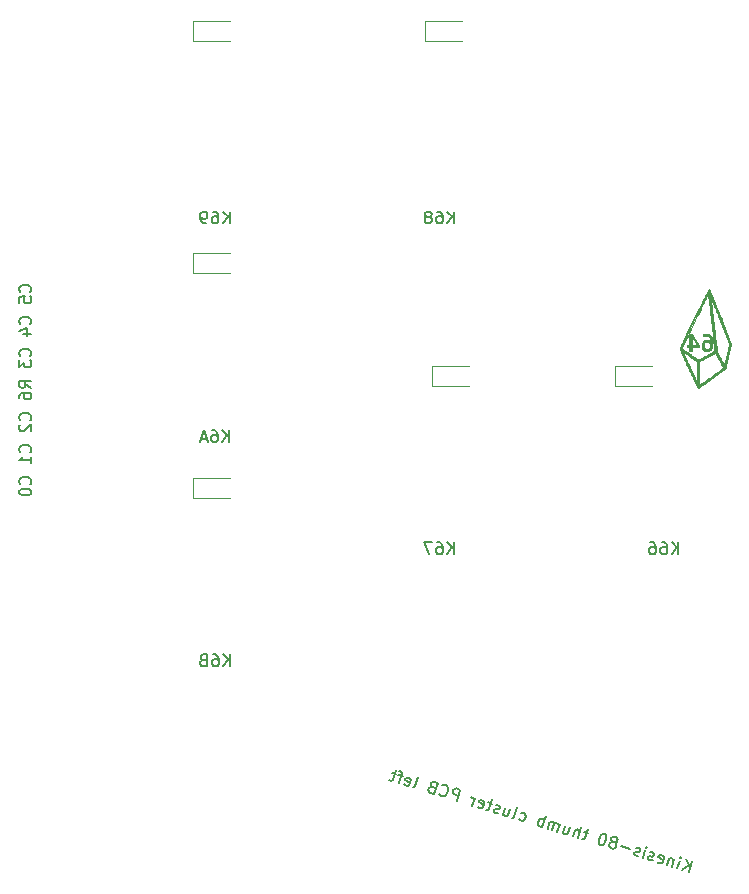
<source format=gbr>
G04 #@! TF.GenerationSoftware,KiCad,Pcbnew,(6.0.2)*
G04 #@! TF.CreationDate,2022-03-15T14:10:59+03:00*
G04 #@! TF.ProjectId,kinesis-thumb-pcb,6b696e65-7369-4732-9d74-68756d622d70,rev?*
G04 #@! TF.SameCoordinates,Original*
G04 #@! TF.FileFunction,Legend,Bot*
G04 #@! TF.FilePolarity,Positive*
%FSLAX46Y46*%
G04 Gerber Fmt 4.6, Leading zero omitted, Abs format (unit mm)*
G04 Created by KiCad (PCBNEW (6.0.2)) date 2022-03-15 14:10:59*
%MOMM*%
%LPD*%
G01*
G04 APERTURE LIST*
%ADD10C,0.150000*%
%ADD11C,0.010000*%
%ADD12C,0.120000*%
G04 APERTURE END LIST*
D10*
X227565332Y-109850924D02*
X227857704Y-108894620D01*
X227018872Y-109683855D02*
X227595787Y-109262697D01*
X227311244Y-108727550D02*
X227690634Y-109441079D01*
X226609027Y-109558553D02*
X226803942Y-108921016D01*
X226901399Y-108602248D02*
X226933015Y-108661709D01*
X226873554Y-108693325D01*
X226841938Y-108633864D01*
X226901399Y-108602248D01*
X226873554Y-108693325D01*
X226348559Y-108781792D02*
X226153644Y-109419328D01*
X226320714Y-108872868D02*
X226289098Y-108813407D01*
X226211944Y-108740024D01*
X226075329Y-108698257D01*
X225970330Y-108715950D01*
X225896946Y-108793104D01*
X225743799Y-109294026D01*
X224938032Y-108997883D02*
X225015186Y-109071266D01*
X225197339Y-109126956D01*
X225302338Y-109109263D01*
X225375722Y-109032109D01*
X225487101Y-108667802D01*
X225469408Y-108562803D01*
X225392254Y-108489420D01*
X225210101Y-108433730D01*
X225105101Y-108451423D01*
X225031718Y-108528578D01*
X225003873Y-108619654D01*
X225431412Y-108849955D01*
X224528187Y-108872581D02*
X224423188Y-108890274D01*
X224241035Y-108834585D01*
X224163880Y-108761201D01*
X224146187Y-108656202D01*
X224160109Y-108610664D01*
X224233493Y-108533510D01*
X224338492Y-108515816D01*
X224475107Y-108557584D01*
X224580106Y-108539890D01*
X224653489Y-108462736D01*
X224667412Y-108417198D01*
X224649718Y-108312199D01*
X224572564Y-108238815D01*
X224435949Y-108197048D01*
X224330950Y-108214741D01*
X223694575Y-108667515D02*
X223889489Y-108029979D01*
X223986946Y-107711210D02*
X224018562Y-107770671D01*
X223959101Y-107802287D01*
X223927486Y-107742826D01*
X223986946Y-107711210D01*
X223959101Y-107802287D01*
X223298652Y-108496675D02*
X223193653Y-108514368D01*
X223011500Y-108458678D01*
X222934346Y-108385295D01*
X222916652Y-108280296D01*
X222930575Y-108234757D01*
X223003958Y-108157603D01*
X223108957Y-108139910D01*
X223245572Y-108181677D01*
X223350571Y-108163984D01*
X223423954Y-108086830D01*
X223437877Y-108041291D01*
X223420184Y-107936292D01*
X223343029Y-107862909D01*
X223206414Y-107821142D01*
X223101415Y-107838835D01*
X222576420Y-107927302D02*
X221847807Y-107704543D01*
X221311498Y-107341397D02*
X221416497Y-107323704D01*
X221475958Y-107292088D01*
X221549341Y-107214934D01*
X221563264Y-107169396D01*
X221545570Y-107064396D01*
X221513955Y-107004936D01*
X221436800Y-106931552D01*
X221254647Y-106875863D01*
X221149648Y-106893556D01*
X221090187Y-106925172D01*
X221016804Y-107002326D01*
X221002882Y-107047864D01*
X221020575Y-107152863D01*
X221052191Y-107212324D01*
X221129345Y-107285707D01*
X221311498Y-107341397D01*
X221388652Y-107414781D01*
X221420268Y-107474241D01*
X221437962Y-107579240D01*
X221382272Y-107761394D01*
X221308889Y-107838548D01*
X221249428Y-107870164D01*
X221144429Y-107887857D01*
X220962275Y-107832167D01*
X220885121Y-107758784D01*
X220853505Y-107699323D01*
X220835812Y-107594324D01*
X220891502Y-107412171D01*
X220964885Y-107335017D01*
X221024346Y-107303401D01*
X221129345Y-107285707D01*
X220480496Y-106639181D02*
X220389419Y-106611336D01*
X220284420Y-106629029D01*
X220224959Y-106660645D01*
X220151576Y-106737799D01*
X220050348Y-106906030D01*
X219980735Y-107133722D01*
X219970584Y-107329797D01*
X219988277Y-107434797D01*
X220019893Y-107494257D01*
X220097047Y-107567641D01*
X220188124Y-107595485D01*
X220293123Y-107577792D01*
X220352584Y-107546176D01*
X220425967Y-107469022D01*
X220527195Y-107300791D01*
X220596808Y-107073100D01*
X220606959Y-106877024D01*
X220589266Y-106772025D01*
X220557650Y-106712564D01*
X220480496Y-106639181D01*
X219062427Y-106554198D02*
X218698121Y-106442818D01*
X219023269Y-106193662D02*
X218772665Y-107013352D01*
X218699282Y-107090506D01*
X218594283Y-107108199D01*
X218503206Y-107080354D01*
X218184438Y-106982897D02*
X218476809Y-106026592D01*
X217774593Y-106857595D02*
X217927740Y-106356673D01*
X218001123Y-106279519D01*
X218106122Y-106261826D01*
X218242737Y-106303593D01*
X218319891Y-106376976D01*
X218351507Y-106436437D01*
X217104279Y-105955532D02*
X216909365Y-106593068D01*
X217514124Y-106080834D02*
X217360977Y-106581755D01*
X217287594Y-106658910D01*
X217182595Y-106676603D01*
X217045980Y-106634836D01*
X216968826Y-106561452D01*
X216937210Y-106501992D01*
X216453982Y-106453844D02*
X216648896Y-105816307D01*
X216621051Y-105907384D02*
X216589435Y-105847923D01*
X216512281Y-105774540D01*
X216375666Y-105732772D01*
X216270667Y-105750466D01*
X216197284Y-105827620D01*
X216044137Y-106328541D01*
X216197284Y-105827620D02*
X216179590Y-105722621D01*
X216102436Y-105649238D01*
X215965821Y-105607470D01*
X215860822Y-105625164D01*
X215787439Y-105702318D01*
X215634292Y-106203239D01*
X215178909Y-106064015D02*
X215471280Y-105107710D01*
X215359901Y-105472016D02*
X215282746Y-105398633D01*
X215100593Y-105342943D01*
X214995594Y-105360637D01*
X214936133Y-105392253D01*
X214862750Y-105469407D01*
X214779215Y-105742637D01*
X214796909Y-105847636D01*
X214828524Y-105907097D01*
X214905679Y-105980480D01*
X215087832Y-106036170D01*
X215192831Y-106018476D01*
X213189145Y-105405888D02*
X213266299Y-105479271D01*
X213448452Y-105534961D01*
X213553451Y-105517268D01*
X213612912Y-105485652D01*
X213686295Y-105408498D01*
X213769830Y-105135268D01*
X213752137Y-105030269D01*
X213720521Y-104970808D01*
X213643367Y-104897425D01*
X213461214Y-104841735D01*
X213356214Y-104859428D01*
X212628763Y-105284357D02*
X212733762Y-105266663D01*
X212807145Y-105189509D01*
X213057749Y-104369819D01*
X212049526Y-104410138D02*
X211854611Y-105047675D01*
X212459370Y-104535441D02*
X212306223Y-105036362D01*
X212232840Y-105113516D01*
X212127841Y-105131210D01*
X211991226Y-105089442D01*
X211914072Y-105016059D01*
X211882456Y-104956598D01*
X211458689Y-104876834D02*
X211353690Y-104894528D01*
X211171536Y-104838838D01*
X211094382Y-104765455D01*
X211076689Y-104660456D01*
X211090611Y-104614917D01*
X211163994Y-104537763D01*
X211268993Y-104520070D01*
X211405608Y-104561837D01*
X211510608Y-104544144D01*
X211583991Y-104466990D01*
X211597913Y-104421451D01*
X211580220Y-104316452D01*
X211503066Y-104243069D01*
X211366451Y-104201301D01*
X211261452Y-104218995D01*
X210956606Y-104075999D02*
X210592299Y-103964620D01*
X210917448Y-103715464D02*
X210666844Y-104535153D01*
X210593461Y-104612308D01*
X210488461Y-104630001D01*
X210397385Y-104602156D01*
X209728232Y-104347781D02*
X209805387Y-104421164D01*
X209987540Y-104476854D01*
X210092539Y-104459161D01*
X210165922Y-104382006D01*
X210277302Y-104017700D01*
X210259609Y-103912701D01*
X210182454Y-103839317D01*
X210000301Y-103783628D01*
X209895302Y-103801321D01*
X209821919Y-103878475D01*
X209794074Y-103969552D01*
X210221612Y-104199853D01*
X209258927Y-104254095D02*
X209453841Y-103616558D01*
X209398151Y-103798711D02*
X209380458Y-103693712D01*
X209348842Y-103634251D01*
X209271688Y-103560868D01*
X209180611Y-103533023D01*
X207938315Y-103850343D02*
X208230687Y-102894038D01*
X207866381Y-102782659D01*
X207761381Y-102800352D01*
X207701921Y-102831968D01*
X207628537Y-102909122D01*
X207586770Y-103045737D01*
X207604463Y-103150736D01*
X207636079Y-103210197D01*
X207713233Y-103283580D01*
X208077540Y-103394960D01*
X206463396Y-103299825D02*
X206495012Y-103359286D01*
X206617704Y-103446592D01*
X206708781Y-103474437D01*
X206859318Y-103470666D01*
X206978240Y-103407434D01*
X207051623Y-103330280D01*
X207152851Y-103162049D01*
X207194619Y-103025434D01*
X207204770Y-102829358D01*
X207187077Y-102724359D01*
X207123845Y-102605438D01*
X207001152Y-102518132D01*
X206910076Y-102490287D01*
X206759538Y-102494058D01*
X206700078Y-102525674D01*
X205860085Y-102667221D02*
X205709547Y-102670992D01*
X205650087Y-102702608D01*
X205576703Y-102779762D01*
X205534936Y-102916377D01*
X205552629Y-103021376D01*
X205584245Y-103080837D01*
X205661399Y-103154220D01*
X206025706Y-103265600D01*
X206318078Y-102309295D01*
X205999309Y-102211838D01*
X205894310Y-102229531D01*
X205834849Y-102261147D01*
X205761466Y-102338301D01*
X205733621Y-102429378D01*
X205751315Y-102534377D01*
X205782931Y-102593838D01*
X205860085Y-102667221D01*
X206178853Y-102764678D01*
X204204173Y-102708701D02*
X204309172Y-102691008D01*
X204382555Y-102613854D01*
X204633160Y-101794164D01*
X203489482Y-102440404D02*
X203566637Y-102513787D01*
X203748790Y-102569477D01*
X203853789Y-102551783D01*
X203927172Y-102474629D01*
X204038552Y-102110322D01*
X204020858Y-102005323D01*
X203943704Y-101931940D01*
X203761551Y-101876250D01*
X203656552Y-101893944D01*
X203583169Y-101971098D01*
X203555324Y-102062175D01*
X203982862Y-102292476D01*
X203351706Y-101750948D02*
X202987400Y-101639568D01*
X203020177Y-102346717D02*
X203270781Y-101527027D01*
X203253088Y-101422028D01*
X203175933Y-101348645D01*
X203084857Y-101320800D01*
X202805246Y-101583879D02*
X202440940Y-101472499D01*
X202766089Y-101223343D02*
X202515484Y-102043033D01*
X202442101Y-102120187D01*
X202337102Y-102137880D01*
X202246025Y-102110035D01*
X171806998Y-60746668D02*
X171854617Y-60699049D01*
X171902236Y-60556192D01*
X171902236Y-60460953D01*
X171854617Y-60318096D01*
X171759379Y-60222858D01*
X171664141Y-60175239D01*
X171473665Y-60127620D01*
X171330808Y-60127620D01*
X171140332Y-60175239D01*
X171045094Y-60222858D01*
X170949856Y-60318096D01*
X170902236Y-60460953D01*
X170902236Y-60556192D01*
X170949856Y-60699049D01*
X170997475Y-60746668D01*
X170902236Y-61651430D02*
X170902236Y-61175239D01*
X171378427Y-61127620D01*
X171330808Y-61175239D01*
X171283189Y-61270477D01*
X171283189Y-61508572D01*
X171330808Y-61603811D01*
X171378427Y-61651430D01*
X171473665Y-61699049D01*
X171711760Y-61699049D01*
X171806998Y-61651430D01*
X171854617Y-61603811D01*
X171902236Y-61508572D01*
X171902236Y-61270477D01*
X171854617Y-61175239D01*
X171806998Y-61127620D01*
X171806998Y-63460953D02*
X171854617Y-63413334D01*
X171902236Y-63270477D01*
X171902236Y-63175239D01*
X171854617Y-63032382D01*
X171759379Y-62937144D01*
X171664141Y-62889525D01*
X171473665Y-62841906D01*
X171330808Y-62841906D01*
X171140332Y-62889525D01*
X171045094Y-62937144D01*
X170949856Y-63032382D01*
X170902236Y-63175239D01*
X170902236Y-63270477D01*
X170949856Y-63413334D01*
X170997475Y-63460953D01*
X171235570Y-64318096D02*
X171902236Y-64318096D01*
X170854617Y-64080001D02*
X171568903Y-63841906D01*
X171568903Y-64460953D01*
X171806998Y-66175239D02*
X171854617Y-66127620D01*
X171902236Y-65984763D01*
X171902236Y-65889525D01*
X171854617Y-65746668D01*
X171759379Y-65651430D01*
X171664141Y-65603811D01*
X171473665Y-65556192D01*
X171330808Y-65556192D01*
X171140332Y-65603811D01*
X171045094Y-65651430D01*
X170949856Y-65746668D01*
X170902236Y-65889525D01*
X170902236Y-65984763D01*
X170949856Y-66127620D01*
X170997475Y-66175239D01*
X170902236Y-66508572D02*
X170902236Y-67127620D01*
X171283189Y-66794287D01*
X171283189Y-66937144D01*
X171330808Y-67032382D01*
X171378427Y-67080001D01*
X171473665Y-67127620D01*
X171711760Y-67127620D01*
X171806998Y-67080001D01*
X171854617Y-67032382D01*
X171902236Y-66937144D01*
X171902236Y-66651430D01*
X171854617Y-66556192D01*
X171806998Y-66508572D01*
X171902236Y-68889525D02*
X171426046Y-68556191D01*
X171902236Y-68318096D02*
X170902236Y-68318096D01*
X170902236Y-68699049D01*
X170949856Y-68794287D01*
X170997475Y-68841906D01*
X171092713Y-68889525D01*
X171235570Y-68889525D01*
X171330808Y-68841906D01*
X171378427Y-68794287D01*
X171426046Y-68699049D01*
X171426046Y-68318096D01*
X170902236Y-69746668D02*
X170902236Y-69556191D01*
X170949856Y-69460953D01*
X170997475Y-69413334D01*
X171140332Y-69318096D01*
X171330808Y-69270477D01*
X171711760Y-69270477D01*
X171806998Y-69318096D01*
X171854617Y-69365715D01*
X171902236Y-69460953D01*
X171902236Y-69651430D01*
X171854617Y-69746668D01*
X171806998Y-69794287D01*
X171711760Y-69841906D01*
X171473665Y-69841906D01*
X171378427Y-69794287D01*
X171330808Y-69746668D01*
X171283189Y-69651430D01*
X171283189Y-69460953D01*
X171330808Y-69365715D01*
X171378427Y-69318096D01*
X171473665Y-69270477D01*
X171806998Y-71603811D02*
X171854617Y-71556191D01*
X171902236Y-71413334D01*
X171902236Y-71318096D01*
X171854617Y-71175239D01*
X171759379Y-71080001D01*
X171664141Y-71032382D01*
X171473665Y-70984763D01*
X171330808Y-70984763D01*
X171140332Y-71032382D01*
X171045094Y-71080001D01*
X170949856Y-71175239D01*
X170902236Y-71318096D01*
X170902236Y-71413334D01*
X170949856Y-71556191D01*
X170997475Y-71603811D01*
X170997475Y-71984763D02*
X170949856Y-72032382D01*
X170902236Y-72127620D01*
X170902236Y-72365715D01*
X170949856Y-72460953D01*
X170997475Y-72508572D01*
X171092713Y-72556191D01*
X171187951Y-72556191D01*
X171330808Y-72508572D01*
X171902236Y-71937144D01*
X171902236Y-72556191D01*
X171806998Y-74318096D02*
X171854617Y-74270477D01*
X171902236Y-74127620D01*
X171902236Y-74032382D01*
X171854617Y-73889525D01*
X171759379Y-73794287D01*
X171664141Y-73746668D01*
X171473665Y-73699049D01*
X171330808Y-73699049D01*
X171140332Y-73746668D01*
X171045094Y-73794287D01*
X170949856Y-73889525D01*
X170902236Y-74032382D01*
X170902236Y-74127620D01*
X170949856Y-74270477D01*
X170997475Y-74318096D01*
X171902236Y-75270477D02*
X171902236Y-74699049D01*
X171902236Y-74984763D02*
X170902236Y-74984763D01*
X171045094Y-74889525D01*
X171140332Y-74794287D01*
X171187951Y-74699049D01*
X171806998Y-77032382D02*
X171854617Y-76984763D01*
X171902236Y-76841906D01*
X171902236Y-76746668D01*
X171854617Y-76603811D01*
X171759379Y-76508572D01*
X171664141Y-76460953D01*
X171473665Y-76413334D01*
X171330808Y-76413334D01*
X171140332Y-76460953D01*
X171045094Y-76508572D01*
X170949856Y-76603811D01*
X170902236Y-76746668D01*
X170902236Y-76841906D01*
X170949856Y-76984763D01*
X170997475Y-77032382D01*
X170902236Y-77651430D02*
X170902236Y-77746668D01*
X170949856Y-77841906D01*
X170997475Y-77889525D01*
X171092713Y-77937144D01*
X171283189Y-77984763D01*
X171521284Y-77984763D01*
X171711760Y-77937144D01*
X171806998Y-77889525D01*
X171854617Y-77841906D01*
X171902236Y-77746668D01*
X171902236Y-77651430D01*
X171854617Y-77556191D01*
X171806998Y-77508572D01*
X171711760Y-77460953D01*
X171521284Y-77413334D01*
X171283189Y-77413334D01*
X171092713Y-77460953D01*
X170997475Y-77508572D01*
X170949856Y-77556191D01*
X170902236Y-77651430D01*
X188714285Y-54952380D02*
X188714285Y-53952380D01*
X188142857Y-54952380D02*
X188571428Y-54380952D01*
X188142857Y-53952380D02*
X188714285Y-54523809D01*
X187285714Y-53952380D02*
X187476190Y-53952380D01*
X187571428Y-54000000D01*
X187619047Y-54047619D01*
X187714285Y-54190476D01*
X187761904Y-54380952D01*
X187761904Y-54761904D01*
X187714285Y-54857142D01*
X187666666Y-54904761D01*
X187571428Y-54952380D01*
X187380952Y-54952380D01*
X187285714Y-54904761D01*
X187238095Y-54857142D01*
X187190476Y-54761904D01*
X187190476Y-54523809D01*
X187238095Y-54428571D01*
X187285714Y-54380952D01*
X187380952Y-54333333D01*
X187571428Y-54333333D01*
X187666666Y-54380952D01*
X187714285Y-54428571D01*
X187761904Y-54523809D01*
X186714285Y-54952380D02*
X186523809Y-54952380D01*
X186428571Y-54904761D01*
X186380952Y-54857142D01*
X186285714Y-54714285D01*
X186238095Y-54523809D01*
X186238095Y-54142857D01*
X186285714Y-54047619D01*
X186333333Y-54000000D01*
X186428571Y-53952380D01*
X186619047Y-53952380D01*
X186714285Y-54000000D01*
X186761904Y-54047619D01*
X186809523Y-54142857D01*
X186809523Y-54380952D01*
X186761904Y-54476190D01*
X186714285Y-54523809D01*
X186619047Y-54571428D01*
X186428571Y-54571428D01*
X186333333Y-54523809D01*
X186285714Y-54476190D01*
X186238095Y-54380952D01*
X188666666Y-73452380D02*
X188666666Y-72452380D01*
X188095238Y-73452380D02*
X188523809Y-72880952D01*
X188095238Y-72452380D02*
X188666666Y-73023809D01*
X187238095Y-72452380D02*
X187428571Y-72452380D01*
X187523809Y-72500000D01*
X187571428Y-72547619D01*
X187666666Y-72690476D01*
X187714285Y-72880952D01*
X187714285Y-73261904D01*
X187666666Y-73357142D01*
X187619047Y-73404761D01*
X187523809Y-73452380D01*
X187333333Y-73452380D01*
X187238095Y-73404761D01*
X187190476Y-73357142D01*
X187142857Y-73261904D01*
X187142857Y-73023809D01*
X187190476Y-72928571D01*
X187238095Y-72880952D01*
X187333333Y-72833333D01*
X187523809Y-72833333D01*
X187619047Y-72880952D01*
X187666666Y-72928571D01*
X187714285Y-73023809D01*
X186761904Y-73166666D02*
X186285714Y-73166666D01*
X186857142Y-73452380D02*
X186523809Y-72452380D01*
X186190476Y-73452380D01*
X207714285Y-54952380D02*
X207714285Y-53952380D01*
X207142857Y-54952380D02*
X207571428Y-54380952D01*
X207142857Y-53952380D02*
X207714285Y-54523809D01*
X206285714Y-53952380D02*
X206476190Y-53952380D01*
X206571428Y-54000000D01*
X206619047Y-54047619D01*
X206714285Y-54190476D01*
X206761904Y-54380952D01*
X206761904Y-54761904D01*
X206714285Y-54857142D01*
X206666666Y-54904761D01*
X206571428Y-54952380D01*
X206380952Y-54952380D01*
X206285714Y-54904761D01*
X206238095Y-54857142D01*
X206190476Y-54761904D01*
X206190476Y-54523809D01*
X206238095Y-54428571D01*
X206285714Y-54380952D01*
X206380952Y-54333333D01*
X206571428Y-54333333D01*
X206666666Y-54380952D01*
X206714285Y-54428571D01*
X206761904Y-54523809D01*
X205619047Y-54380952D02*
X205714285Y-54333333D01*
X205761904Y-54285714D01*
X205809523Y-54190476D01*
X205809523Y-54142857D01*
X205761904Y-54047619D01*
X205714285Y-54000000D01*
X205619047Y-53952380D01*
X205428571Y-53952380D01*
X205333333Y-54000000D01*
X205285714Y-54047619D01*
X205238095Y-54142857D01*
X205238095Y-54190476D01*
X205285714Y-54285714D01*
X205333333Y-54333333D01*
X205428571Y-54380952D01*
X205619047Y-54380952D01*
X205714285Y-54428571D01*
X205761904Y-54476190D01*
X205809523Y-54571428D01*
X205809523Y-54761904D01*
X205761904Y-54857142D01*
X205714285Y-54904761D01*
X205619047Y-54952380D01*
X205428571Y-54952380D01*
X205333333Y-54904761D01*
X205285714Y-54857142D01*
X205238095Y-54761904D01*
X205238095Y-54571428D01*
X205285714Y-54476190D01*
X205333333Y-54428571D01*
X205428571Y-54380952D01*
X188738095Y-92452380D02*
X188738095Y-91452380D01*
X188166666Y-92452380D02*
X188595238Y-91880952D01*
X188166666Y-91452380D02*
X188738095Y-92023809D01*
X187309523Y-91452380D02*
X187500000Y-91452380D01*
X187595238Y-91500000D01*
X187642857Y-91547619D01*
X187738095Y-91690476D01*
X187785714Y-91880952D01*
X187785714Y-92261904D01*
X187738095Y-92357142D01*
X187690476Y-92404761D01*
X187595238Y-92452380D01*
X187404761Y-92452380D01*
X187309523Y-92404761D01*
X187261904Y-92357142D01*
X187214285Y-92261904D01*
X187214285Y-92023809D01*
X187261904Y-91928571D01*
X187309523Y-91880952D01*
X187404761Y-91833333D01*
X187595238Y-91833333D01*
X187690476Y-91880952D01*
X187738095Y-91928571D01*
X187785714Y-92023809D01*
X186452380Y-91928571D02*
X186309523Y-91976190D01*
X186261904Y-92023809D01*
X186214285Y-92119047D01*
X186214285Y-92261904D01*
X186261904Y-92357142D01*
X186309523Y-92404761D01*
X186404761Y-92452380D01*
X186785714Y-92452380D01*
X186785714Y-91452380D01*
X186452380Y-91452380D01*
X186357142Y-91500000D01*
X186309523Y-91547619D01*
X186261904Y-91642857D01*
X186261904Y-91738095D01*
X186309523Y-91833333D01*
X186357142Y-91880952D01*
X186452380Y-91928571D01*
X186785714Y-91928571D01*
X207714285Y-82952380D02*
X207714285Y-81952380D01*
X207142857Y-82952380D02*
X207571428Y-82380952D01*
X207142857Y-81952380D02*
X207714285Y-82523809D01*
X206285714Y-81952380D02*
X206476190Y-81952380D01*
X206571428Y-82000000D01*
X206619047Y-82047619D01*
X206714285Y-82190476D01*
X206761904Y-82380952D01*
X206761904Y-82761904D01*
X206714285Y-82857142D01*
X206666666Y-82904761D01*
X206571428Y-82952380D01*
X206380952Y-82952380D01*
X206285714Y-82904761D01*
X206238095Y-82857142D01*
X206190476Y-82761904D01*
X206190476Y-82523809D01*
X206238095Y-82428571D01*
X206285714Y-82380952D01*
X206380952Y-82333333D01*
X206571428Y-82333333D01*
X206666666Y-82380952D01*
X206714285Y-82428571D01*
X206761904Y-82523809D01*
X205857142Y-81952380D02*
X205190476Y-81952380D01*
X205619047Y-82952380D01*
X226714285Y-82952380D02*
X226714285Y-81952380D01*
X226142857Y-82952380D02*
X226571428Y-82380952D01*
X226142857Y-81952380D02*
X226714285Y-82523809D01*
X225285714Y-81952380D02*
X225476190Y-81952380D01*
X225571428Y-82000000D01*
X225619047Y-82047619D01*
X225714285Y-82190476D01*
X225761904Y-82380952D01*
X225761904Y-82761904D01*
X225714285Y-82857142D01*
X225666666Y-82904761D01*
X225571428Y-82952380D01*
X225380952Y-82952380D01*
X225285714Y-82904761D01*
X225238095Y-82857142D01*
X225190476Y-82761904D01*
X225190476Y-82523809D01*
X225238095Y-82428571D01*
X225285714Y-82380952D01*
X225380952Y-82333333D01*
X225571428Y-82333333D01*
X225666666Y-82380952D01*
X225714285Y-82428571D01*
X225761904Y-82523809D01*
X224333333Y-81952380D02*
X224523809Y-81952380D01*
X224619047Y-82000000D01*
X224666666Y-82047619D01*
X224761904Y-82190476D01*
X224809523Y-82380952D01*
X224809523Y-82761904D01*
X224761904Y-82857142D01*
X224714285Y-82904761D01*
X224619047Y-82952380D01*
X224428571Y-82952380D01*
X224333333Y-82904761D01*
X224285714Y-82857142D01*
X224238095Y-82761904D01*
X224238095Y-82523809D01*
X224285714Y-82428571D01*
X224333333Y-82380952D01*
X224428571Y-82333333D01*
X224619047Y-82333333D01*
X224714285Y-82380952D01*
X224761904Y-82428571D01*
X224809523Y-82523809D01*
D11*
X229274385Y-60520171D02*
X229259999Y-60541889D01*
X229259999Y-60541889D02*
X229238933Y-60577490D01*
X229238933Y-60577490D02*
X229211524Y-60626288D01*
X229211524Y-60626288D02*
X229178112Y-60687601D01*
X229178112Y-60687601D02*
X229139036Y-60760743D01*
X229139036Y-60760743D02*
X229094634Y-60845030D01*
X229094634Y-60845030D02*
X229045244Y-60939779D01*
X229045244Y-60939779D02*
X228991207Y-61044304D01*
X228991207Y-61044304D02*
X228932860Y-61157922D01*
X228932860Y-61157922D02*
X228870542Y-61279948D01*
X228870542Y-61279948D02*
X228804593Y-61409698D01*
X228804593Y-61409698D02*
X228735350Y-61546488D01*
X228735350Y-61546488D02*
X228663152Y-61689633D01*
X228663152Y-61689633D02*
X228588339Y-61838450D01*
X228588339Y-61838450D02*
X228511249Y-61992253D01*
X228511249Y-61992253D02*
X228432220Y-62150359D01*
X228432220Y-62150359D02*
X228351592Y-62312083D01*
X228351592Y-62312083D02*
X228269703Y-62476741D01*
X228269703Y-62476741D02*
X228186892Y-62643648D01*
X228186892Y-62643648D02*
X228103498Y-62812122D01*
X228103498Y-62812122D02*
X228019859Y-62981476D01*
X228019859Y-62981476D02*
X227936315Y-63151027D01*
X227936315Y-63151027D02*
X227853203Y-63320091D01*
X227853203Y-63320091D02*
X227770864Y-63487983D01*
X227770864Y-63487983D02*
X227689634Y-63654020D01*
X227689634Y-63654020D02*
X227609854Y-63817516D01*
X227609854Y-63817516D02*
X227531862Y-63977787D01*
X227531862Y-63977787D02*
X227455996Y-64134150D01*
X227455996Y-64134150D02*
X227382596Y-64285920D01*
X227382596Y-64285920D02*
X227312000Y-64432412D01*
X227312000Y-64432412D02*
X227244547Y-64572943D01*
X227244547Y-64572943D02*
X227180576Y-64706827D01*
X227180576Y-64706827D02*
X227120426Y-64833382D01*
X227120426Y-64833382D02*
X227064434Y-64951922D01*
X227064434Y-64951922D02*
X227012940Y-65061764D01*
X227012940Y-65061764D02*
X226966283Y-65162222D01*
X226966283Y-65162222D02*
X226924802Y-65252613D01*
X226924802Y-65252613D02*
X226888835Y-65332253D01*
X226888835Y-65332253D02*
X226858720Y-65400456D01*
X226858720Y-65400456D02*
X226836430Y-65452625D01*
X226836430Y-65452625D02*
X226821295Y-65489649D01*
X226821295Y-65489649D02*
X226812159Y-65515297D01*
X226812159Y-65515297D02*
X226808173Y-65533680D01*
X226808173Y-65533680D02*
X226808484Y-65548909D01*
X226808484Y-65548909D02*
X226812244Y-65565094D01*
X226812244Y-65565094D02*
X226812777Y-65566925D01*
X226812777Y-65566925D02*
X226821143Y-65591017D01*
X226821143Y-65591017D02*
X226836201Y-65629479D01*
X226836201Y-65629479D02*
X226857509Y-65681324D01*
X226857509Y-65681324D02*
X226884623Y-65745567D01*
X226884623Y-65745567D02*
X226917100Y-65821221D01*
X226917100Y-65821221D02*
X226954499Y-65907298D01*
X226954499Y-65907298D02*
X226996375Y-66002814D01*
X226996375Y-66002814D02*
X227042286Y-66106780D01*
X227042286Y-66106780D02*
X227091790Y-66218210D01*
X227091790Y-66218210D02*
X227144443Y-66336119D01*
X227144443Y-66336119D02*
X227199803Y-66459519D01*
X227199803Y-66459519D02*
X227257426Y-66587424D01*
X227257426Y-66587424D02*
X227316871Y-66718847D01*
X227316871Y-66718847D02*
X227377693Y-66852802D01*
X227377693Y-66852802D02*
X227439451Y-66988302D01*
X227439451Y-66988302D02*
X227501701Y-67124361D01*
X227501701Y-67124361D02*
X227564000Y-67259992D01*
X227564000Y-67259992D02*
X227625907Y-67394209D01*
X227625907Y-67394209D02*
X227686977Y-67526025D01*
X227686977Y-67526025D02*
X227746768Y-67654453D01*
X227746768Y-67654453D02*
X227804838Y-67778507D01*
X227804838Y-67778507D02*
X227819913Y-67810591D01*
X227819913Y-67810591D02*
X227862091Y-67899676D01*
X227862091Y-67899676D02*
X227906655Y-67992702D01*
X227906655Y-67992702D02*
X227952660Y-68087766D01*
X227952660Y-68087766D02*
X227999158Y-68182969D01*
X227999158Y-68182969D02*
X228045204Y-68276408D01*
X228045204Y-68276408D02*
X228089851Y-68366182D01*
X228089851Y-68366182D02*
X228132152Y-68450389D01*
X228132152Y-68450389D02*
X228171163Y-68527128D01*
X228171163Y-68527128D02*
X228205936Y-68594498D01*
X228205936Y-68594498D02*
X228235526Y-68650596D01*
X228235526Y-68650596D02*
X228258985Y-68693522D01*
X228258985Y-68693522D02*
X228261580Y-68698114D01*
X228261580Y-68698114D02*
X228291963Y-68749821D01*
X228291963Y-68749821D02*
X228320410Y-68794833D01*
X228320410Y-68794833D02*
X228345608Y-68831305D01*
X228345608Y-68831305D02*
X228366248Y-68857390D01*
X228366248Y-68857390D02*
X228381016Y-68871243D01*
X228381016Y-68871243D02*
X228385819Y-68873005D01*
X228385819Y-68873005D02*
X228395693Y-68869126D01*
X228395693Y-68869126D02*
X228415685Y-68859187D01*
X228415685Y-68859187D02*
X228437607Y-68847443D01*
X228437607Y-68847443D02*
X228472622Y-68826819D01*
X228472622Y-68826819D02*
X228520151Y-68796755D01*
X228520151Y-68796755D02*
X228579163Y-68757976D01*
X228579163Y-68757976D02*
X228648630Y-68711207D01*
X228648630Y-68711207D02*
X228727522Y-68657175D01*
X228727522Y-68657175D02*
X228814809Y-68596605D01*
X228814809Y-68596605D02*
X228909464Y-68530222D01*
X228909464Y-68530222D02*
X229010455Y-68458752D01*
X229010455Y-68458752D02*
X229116755Y-68382920D01*
X229116755Y-68382920D02*
X229227333Y-68303452D01*
X229227333Y-68303452D02*
X229341160Y-68221074D01*
X229341160Y-68221074D02*
X229457208Y-68136510D01*
X229457208Y-68136510D02*
X229574446Y-68050487D01*
X229574446Y-68050487D02*
X229691846Y-67963729D01*
X229691846Y-67963729D02*
X229701341Y-67956684D01*
X229701341Y-67956684D02*
X229756878Y-67915508D01*
X229756878Y-67915508D02*
X229821515Y-67867654D01*
X229821515Y-67867654D02*
X229890713Y-67816477D01*
X229890713Y-67816477D02*
X229959931Y-67765336D01*
X229959931Y-67765336D02*
X230024631Y-67717585D01*
X230024631Y-67717585D02*
X230050975Y-67698162D01*
X230050975Y-67698162D02*
X230113520Y-67652035D01*
X230113520Y-67652035D02*
X230183859Y-67600105D01*
X230183859Y-67600105D02*
X230257111Y-67545980D01*
X230257111Y-67545980D02*
X230328392Y-67493268D01*
X230328392Y-67493268D02*
X230392822Y-67445576D01*
X230392822Y-67445576D02*
X230415042Y-67429114D01*
X230415042Y-67429114D02*
X230465634Y-67391687D01*
X230465634Y-67391687D02*
X230514208Y-67355879D01*
X230514208Y-67355879D02*
X230558342Y-67323465D01*
X230558342Y-67323465D02*
X230595613Y-67296222D01*
X230595613Y-67296222D02*
X230623597Y-67275927D01*
X230623597Y-67275927D02*
X230637367Y-67266100D01*
X230637367Y-67266100D02*
X230666822Y-67242487D01*
X230666822Y-67242487D02*
X230683794Y-67220698D01*
X230683794Y-67220698D02*
X230689865Y-67205225D01*
X230689865Y-67205225D02*
X230692800Y-67193361D01*
X230692800Y-67193361D02*
X230697502Y-67173892D01*
X230697502Y-67173892D02*
X230474313Y-67173892D01*
X230474313Y-67173892D02*
X230467627Y-67182563D01*
X230467627Y-67182563D02*
X230433886Y-67209003D01*
X230433886Y-67209003D02*
X230389240Y-67243107D01*
X230389240Y-67243107D02*
X230334631Y-67284201D01*
X230334631Y-67284201D02*
X230270998Y-67331608D01*
X230270998Y-67331608D02*
X230199282Y-67384652D01*
X230199282Y-67384652D02*
X230120423Y-67442659D01*
X230120423Y-67442659D02*
X230035363Y-67504953D01*
X230035363Y-67504953D02*
X229945041Y-67570857D01*
X229945041Y-67570857D02*
X229850398Y-67639697D01*
X229850398Y-67639697D02*
X229752375Y-67710797D01*
X229752375Y-67710797D02*
X229651912Y-67783481D01*
X229651912Y-67783481D02*
X229549949Y-67857074D01*
X229549949Y-67857074D02*
X229447427Y-67930900D01*
X229447427Y-67930900D02*
X229345287Y-68004283D01*
X229345287Y-68004283D02*
X229244468Y-68076549D01*
X229244468Y-68076549D02*
X229145912Y-68147020D01*
X229145912Y-68147020D02*
X229050559Y-68215023D01*
X229050559Y-68215023D02*
X228959349Y-68279880D01*
X228959349Y-68279880D02*
X228873223Y-68340917D01*
X228873223Y-68340917D02*
X228793121Y-68397458D01*
X228793121Y-68397458D02*
X228719984Y-68448827D01*
X228719984Y-68448827D02*
X228654752Y-68494349D01*
X228654752Y-68494349D02*
X228598367Y-68533348D01*
X228598367Y-68533348D02*
X228551767Y-68565149D01*
X228551767Y-68565149D02*
X228515894Y-68589076D01*
X228515894Y-68589076D02*
X228491689Y-68604453D01*
X228491689Y-68604453D02*
X228480091Y-68610605D01*
X228480091Y-68610605D02*
X228479551Y-68610691D01*
X228479551Y-68610691D02*
X228474787Y-68603267D01*
X228474787Y-68603267D02*
X228469699Y-68584839D01*
X228469699Y-68584839D02*
X228468566Y-68578941D01*
X228468566Y-68578941D02*
X228465399Y-68551961D01*
X228465399Y-68551961D02*
X228462522Y-68509584D01*
X228462522Y-68509584D02*
X228459953Y-68453346D01*
X228459953Y-68453346D02*
X228457712Y-68384781D01*
X228457712Y-68384781D02*
X228455817Y-68305424D01*
X228455817Y-68305424D02*
X228454287Y-68216811D01*
X228454287Y-68216811D02*
X228453140Y-68120475D01*
X228453140Y-68120475D02*
X228452396Y-68017952D01*
X228452396Y-68017952D02*
X228452074Y-67910777D01*
X228452074Y-67910777D02*
X228452191Y-67800484D01*
X228452191Y-67800484D02*
X228452768Y-67688609D01*
X228452768Y-67688609D02*
X228453821Y-67576686D01*
X228453821Y-67576686D02*
X228455133Y-67480992D01*
X228455133Y-67480992D02*
X228456624Y-67384209D01*
X228456624Y-67384209D02*
X228458036Y-67287514D01*
X228458036Y-67287514D02*
X228459340Y-67193129D01*
X228459340Y-67193129D02*
X228460510Y-67103271D01*
X228460510Y-67103271D02*
X228461518Y-67020161D01*
X228461518Y-67020161D02*
X228462337Y-66946019D01*
X228462337Y-66946019D02*
X228462940Y-66883063D01*
X228462940Y-66883063D02*
X228463298Y-66833512D01*
X228463298Y-66833512D02*
X228463384Y-66811525D01*
X228463384Y-66811525D02*
X228463714Y-66642192D01*
X228463714Y-66642192D02*
X228483447Y-66631850D01*
X228483447Y-66631850D02*
X228277209Y-66631850D01*
X228277209Y-66631850D02*
X228277127Y-67288954D01*
X228277127Y-67288954D02*
X228276935Y-67450413D01*
X228276935Y-67450413D02*
X228276382Y-67595558D01*
X228276382Y-67595558D02*
X228275440Y-67725002D01*
X228275440Y-67725002D02*
X228274080Y-67839363D01*
X228274080Y-67839363D02*
X228272273Y-67939254D01*
X228272273Y-67939254D02*
X228269990Y-68025291D01*
X228269990Y-68025291D02*
X228267203Y-68098090D01*
X228267203Y-68098090D02*
X228263882Y-68158265D01*
X228263882Y-68158265D02*
X228260000Y-68206432D01*
X228260000Y-68206432D02*
X228255528Y-68243206D01*
X228255528Y-68243206D02*
X228250436Y-68269202D01*
X228250436Y-68269202D02*
X228244696Y-68285036D01*
X228244696Y-68285036D02*
X228238279Y-68291323D01*
X228238279Y-68291323D02*
X228231157Y-68288678D01*
X228231157Y-68288678D02*
X228230471Y-68288014D01*
X228230471Y-68288014D02*
X228224169Y-68277743D01*
X228224169Y-68277743D02*
X228211637Y-68254028D01*
X228211637Y-68254028D02*
X228193815Y-68218765D01*
X228193815Y-68218765D02*
X228171641Y-68173850D01*
X228171641Y-68173850D02*
X228146056Y-68121180D01*
X228146056Y-68121180D02*
X228117998Y-68062650D01*
X228117998Y-68062650D02*
X228098830Y-68022258D01*
X228098830Y-68022258D02*
X228020900Y-67856963D01*
X228020900Y-67856963D02*
X227944243Y-67693553D01*
X227944243Y-67693553D02*
X227869179Y-67532742D01*
X227869179Y-67532742D02*
X227796026Y-67375242D01*
X227796026Y-67375242D02*
X227725103Y-67221768D01*
X227725103Y-67221768D02*
X227656728Y-67073032D01*
X227656728Y-67073032D02*
X227591221Y-66929748D01*
X227591221Y-66929748D02*
X227528900Y-66792628D01*
X227528900Y-66792628D02*
X227470084Y-66662385D01*
X227470084Y-66662385D02*
X227415092Y-66539734D01*
X227415092Y-66539734D02*
X227364242Y-66425386D01*
X227364242Y-66425386D02*
X227317853Y-66320055D01*
X227317853Y-66320055D02*
X227276244Y-66224454D01*
X227276244Y-66224454D02*
X227239733Y-66139297D01*
X227239733Y-66139297D02*
X227208640Y-66065296D01*
X227208640Y-66065296D02*
X227183282Y-66003164D01*
X227183282Y-66003164D02*
X227163980Y-65953615D01*
X227163980Y-65953615D02*
X227151051Y-65917362D01*
X227151051Y-65917362D02*
X227144814Y-65895118D01*
X227144814Y-65895118D02*
X227144866Y-65887879D01*
X227144866Y-65887879D02*
X227153690Y-65887245D01*
X227153690Y-65887245D02*
X227172036Y-65893891D01*
X227172036Y-65893891D02*
X227200290Y-65908063D01*
X227200290Y-65908063D02*
X227238836Y-65930011D01*
X227238836Y-65930011D02*
X227288059Y-65959980D01*
X227288059Y-65959980D02*
X227348346Y-65998219D01*
X227348346Y-65998219D02*
X227420079Y-66044974D01*
X227420079Y-66044974D02*
X227503646Y-66100493D01*
X227503646Y-66100493D02*
X227599431Y-66165023D01*
X227599431Y-66165023D02*
X227707819Y-66238812D01*
X227707819Y-66238812D02*
X227829195Y-66322107D01*
X227829195Y-66322107D02*
X227940659Y-66399041D01*
X227940659Y-66399041D02*
X228277209Y-66631850D01*
X228277209Y-66631850D02*
X228483447Y-66631850D01*
X228483447Y-66631850D02*
X228689889Y-66523658D01*
X228689889Y-66523658D02*
X228753763Y-66490173D01*
X228753763Y-66490173D02*
X228828775Y-66450832D01*
X228828775Y-66450832D02*
X228911073Y-66407656D01*
X228911073Y-66407656D02*
X228996803Y-66362669D01*
X228996803Y-66362669D02*
X229082113Y-66317890D01*
X229082113Y-66317890D02*
X229163153Y-66275340D01*
X229163153Y-66275340D02*
X229204119Y-66253825D01*
X229204119Y-66253825D02*
X229277652Y-66215352D01*
X229277652Y-66215352D02*
X229354498Y-66175411D01*
X229354498Y-66175411D02*
X229431457Y-66135648D01*
X229431457Y-66135648D02*
X229505331Y-66097708D01*
X229505331Y-66097708D02*
X229572919Y-66063235D01*
X229572919Y-66063235D02*
X229631023Y-66033874D01*
X229631023Y-66033874D02*
X229664860Y-66016985D01*
X229664860Y-66016985D02*
X229837544Y-65931444D01*
X229837544Y-65931444D02*
X229851127Y-65951295D01*
X229851127Y-65951295D02*
X229864725Y-65973065D01*
X229864725Y-65973065D02*
X229884878Y-66007962D01*
X229884878Y-66007962D02*
X229910800Y-66054473D01*
X229910800Y-66054473D02*
X229941709Y-66111087D01*
X229941709Y-66111087D02*
X229976821Y-66176290D01*
X229976821Y-66176290D02*
X230015351Y-66248571D01*
X230015351Y-66248571D02*
X230056516Y-66326417D01*
X230056516Y-66326417D02*
X230099532Y-66408315D01*
X230099532Y-66408315D02*
X230143615Y-66492754D01*
X230143615Y-66492754D02*
X230187981Y-66578221D01*
X230187981Y-66578221D02*
X230231847Y-66663204D01*
X230231847Y-66663204D02*
X230274428Y-66746190D01*
X230274428Y-66746190D02*
X230314941Y-66825667D01*
X230314941Y-66825667D02*
X230352602Y-66900123D01*
X230352602Y-66900123D02*
X230386627Y-66968045D01*
X230386627Y-66968045D02*
X230416232Y-67027921D01*
X230416232Y-67027921D02*
X230440634Y-67078238D01*
X230440634Y-67078238D02*
X230459047Y-67117485D01*
X230459047Y-67117485D02*
X230470690Y-67144149D01*
X230470690Y-67144149D02*
X230473932Y-67152930D01*
X230473932Y-67152930D02*
X230474313Y-67173892D01*
X230474313Y-67173892D02*
X230697502Y-67173892D01*
X230697502Y-67173892D02*
X230699396Y-67166052D01*
X230699396Y-67166052D02*
X230709409Y-67124328D01*
X230709409Y-67124328D02*
X230722593Y-67069221D01*
X230722593Y-67069221D02*
X230738701Y-67001761D01*
X230738701Y-67001761D02*
X230757489Y-66922979D01*
X230757489Y-66922979D02*
X230778710Y-66833905D01*
X230778710Y-66833905D02*
X230802120Y-66735572D01*
X230802120Y-66735572D02*
X230827472Y-66629009D01*
X230827472Y-66629009D02*
X230854522Y-66515248D01*
X230854522Y-66515248D02*
X230883022Y-66395320D01*
X230883022Y-66395320D02*
X230912728Y-66270255D01*
X230912728Y-66270255D02*
X230939550Y-66157281D01*
X230939550Y-66157281D02*
X231177676Y-65154070D01*
X231177676Y-65154070D02*
X230986543Y-65154070D01*
X230986543Y-65154070D02*
X230973595Y-65229264D01*
X230973595Y-65229264D02*
X230961285Y-65297823D01*
X230961285Y-65297823D02*
X230946378Y-65375923D01*
X230946378Y-65375923D02*
X230929192Y-65462196D01*
X230929192Y-65462196D02*
X230910045Y-65555277D01*
X230910045Y-65555277D02*
X230889254Y-65653798D01*
X230889254Y-65653798D02*
X230867137Y-65756391D01*
X230867137Y-65756391D02*
X230844011Y-65861691D01*
X230844011Y-65861691D02*
X230820195Y-65968330D01*
X230820195Y-65968330D02*
X230796007Y-66074941D01*
X230796007Y-66074941D02*
X230771763Y-66180157D01*
X230771763Y-66180157D02*
X230747781Y-66282612D01*
X230747781Y-66282612D02*
X230724380Y-66380937D01*
X230724380Y-66380937D02*
X230701876Y-66473767D01*
X230701876Y-66473767D02*
X230680588Y-66559735D01*
X230680588Y-66559735D02*
X230660833Y-66637472D01*
X230660833Y-66637472D02*
X230642930Y-66705613D01*
X230642930Y-66705613D02*
X230627195Y-66762791D01*
X230627195Y-66762791D02*
X230613946Y-66807638D01*
X230613946Y-66807638D02*
X230603501Y-66838787D01*
X230603501Y-66838787D02*
X230596179Y-66854872D01*
X230596179Y-66854872D02*
X230595609Y-66855625D01*
X230595609Y-66855625D02*
X230586637Y-66860727D01*
X230586637Y-66860727D02*
X230574605Y-66856019D01*
X230574605Y-66856019D02*
X230558013Y-66840181D01*
X230558013Y-66840181D02*
X230535363Y-66811894D01*
X230535363Y-66811894D02*
X230516624Y-66786125D01*
X230516624Y-66786125D02*
X230494001Y-66752542D01*
X230494001Y-66752542D02*
X230465735Y-66707446D01*
X230465735Y-66707446D02*
X230431571Y-66650385D01*
X230431571Y-66650385D02*
X230391250Y-66580908D01*
X230391250Y-66580908D02*
X230344516Y-66498561D01*
X230344516Y-66498561D02*
X230291111Y-66402893D01*
X230291111Y-66402893D02*
X230230780Y-66293450D01*
X230230780Y-66293450D02*
X230163265Y-66169781D01*
X230163265Y-66169781D02*
X230094838Y-66043519D01*
X230094838Y-66043519D02*
X229956262Y-65787058D01*
X229956262Y-65787058D02*
X229940371Y-65645115D01*
X229940371Y-65645115D02*
X229748361Y-65645115D01*
X229748361Y-65645115D02*
X229747594Y-65669293D01*
X229747594Y-65669293D02*
X229743351Y-65686904D01*
X229743351Y-65686904D02*
X229734989Y-65703061D01*
X229734989Y-65703061D02*
X229734349Y-65704084D01*
X229734349Y-65704084D02*
X229711650Y-65731517D01*
X229711650Y-65731517D02*
X229674097Y-65765180D01*
X229674097Y-65765180D02*
X229621555Y-65805170D01*
X229621555Y-65805170D02*
X229553889Y-65851582D01*
X229553889Y-65851582D02*
X229470966Y-65904514D01*
X229470966Y-65904514D02*
X229372650Y-65964061D01*
X229372650Y-65964061D02*
X229360942Y-65970989D01*
X229360942Y-65970989D02*
X229332919Y-65987206D01*
X229332919Y-65987206D02*
X229293825Y-66009349D01*
X229293825Y-66009349D02*
X229245178Y-66036590D01*
X229245178Y-66036590D02*
X229188497Y-66068102D01*
X229188497Y-66068102D02*
X229125301Y-66103056D01*
X229125301Y-66103056D02*
X229057108Y-66140624D01*
X229057108Y-66140624D02*
X228985437Y-66179978D01*
X228985437Y-66179978D02*
X228911806Y-66220290D01*
X228911806Y-66220290D02*
X228837734Y-66260733D01*
X228837734Y-66260733D02*
X228764741Y-66300478D01*
X228764741Y-66300478D02*
X228694343Y-66338697D01*
X228694343Y-66338697D02*
X228628061Y-66374562D01*
X228628061Y-66374562D02*
X228567412Y-66407246D01*
X228567412Y-66407246D02*
X228513915Y-66435921D01*
X228513915Y-66435921D02*
X228469090Y-66459757D01*
X228469090Y-66459757D02*
X228434454Y-66477928D01*
X228434454Y-66477928D02*
X228411526Y-66489606D01*
X228411526Y-66489606D02*
X228401824Y-66493962D01*
X228401824Y-66493962D02*
X228401715Y-66493973D01*
X228401715Y-66493973D02*
X228393385Y-66489415D01*
X228393385Y-66489415D02*
X228372641Y-66476421D01*
X228372641Y-66476421D02*
X228341093Y-66456044D01*
X228341093Y-66456044D02*
X228300349Y-66429340D01*
X228300349Y-66429340D02*
X228252020Y-66397364D01*
X228252020Y-66397364D02*
X228197714Y-66361170D01*
X228197714Y-66361170D02*
X228139248Y-66321952D01*
X228139248Y-66321952D02*
X228105417Y-66299106D01*
X228105417Y-66299106D02*
X228061436Y-66269273D01*
X228061436Y-66269273D02*
X228008570Y-66233321D01*
X228008570Y-66233321D02*
X227948083Y-66192114D01*
X227948083Y-66192114D02*
X227881240Y-66146520D01*
X227881240Y-66146520D02*
X227809305Y-66097404D01*
X227809305Y-66097404D02*
X227733541Y-66045632D01*
X227733541Y-66045632D02*
X227655215Y-65992070D01*
X227655215Y-65992070D02*
X227575589Y-65937584D01*
X227575589Y-65937584D02*
X227495928Y-65883040D01*
X227495928Y-65883040D02*
X227417497Y-65829304D01*
X227417497Y-65829304D02*
X227341559Y-65777242D01*
X227341559Y-65777242D02*
X227269380Y-65727720D01*
X227269380Y-65727720D02*
X227202223Y-65681604D01*
X227202223Y-65681604D02*
X227141353Y-65639760D01*
X227141353Y-65639760D02*
X227088034Y-65603054D01*
X227088034Y-65603054D02*
X227043530Y-65572351D01*
X227043530Y-65572351D02*
X227009107Y-65548519D01*
X227009107Y-65548519D02*
X226986027Y-65532423D01*
X226986027Y-65532423D02*
X226975556Y-65524928D01*
X226975556Y-65524928D02*
X226975276Y-65524706D01*
X226975276Y-65524706D02*
X226977603Y-65515969D01*
X226977603Y-65515969D02*
X226987399Y-65492191D01*
X226987399Y-65492191D02*
X227004602Y-65453498D01*
X227004602Y-65453498D02*
X227029154Y-65400017D01*
X227029154Y-65400017D02*
X227060992Y-65331872D01*
X227060992Y-65331872D02*
X227100057Y-65249191D01*
X227100057Y-65249191D02*
X227146287Y-65152099D01*
X227146287Y-65152099D02*
X227199623Y-65040723D01*
X227199623Y-65040723D02*
X227260003Y-64915189D01*
X227260003Y-64915189D02*
X227327368Y-64775623D01*
X227327368Y-64775623D02*
X227401656Y-64622151D01*
X227401656Y-64622151D02*
X227482807Y-64454898D01*
X227482807Y-64454898D02*
X227570761Y-64273993D01*
X227570761Y-64273993D02*
X227665456Y-64079559D01*
X227665456Y-64079559D02*
X227766832Y-63871725D01*
X227766832Y-63871725D02*
X227874829Y-63650615D01*
X227874829Y-63650615D02*
X227900340Y-63598425D01*
X227900340Y-63598425D02*
X228020124Y-63353302D01*
X228020124Y-63353302D02*
X228132546Y-63123042D01*
X228132546Y-63123042D02*
X228237757Y-62907334D01*
X228237757Y-62907334D02*
X228335908Y-62705866D01*
X228335908Y-62705866D02*
X228427151Y-62518327D01*
X228427151Y-62518327D02*
X228511638Y-62344404D01*
X228511638Y-62344404D02*
X228589519Y-62183786D01*
X228589519Y-62183786D02*
X228660945Y-62036163D01*
X228660945Y-62036163D02*
X228726069Y-61901220D01*
X228726069Y-61901220D02*
X228785042Y-61778649D01*
X228785042Y-61778649D02*
X228838014Y-61668135D01*
X228838014Y-61668135D02*
X228842116Y-61659558D01*
X228842116Y-61659558D02*
X228907231Y-61524078D01*
X228907231Y-61524078D02*
X228965707Y-61403924D01*
X228965707Y-61403924D02*
X229017653Y-61298894D01*
X229017653Y-61298894D02*
X229063177Y-61208784D01*
X229063177Y-61208784D02*
X229102389Y-61133389D01*
X229102389Y-61133389D02*
X229135396Y-61072506D01*
X229135396Y-61072506D02*
X229162308Y-61025931D01*
X229162308Y-61025931D02*
X229183232Y-60993460D01*
X229183232Y-60993460D02*
X229198277Y-60974890D01*
X229198277Y-60974890D02*
X229207553Y-60970016D01*
X229207553Y-60970016D02*
X229208934Y-60970862D01*
X229208934Y-60970862D02*
X229212641Y-60981998D01*
X229212641Y-60981998D02*
X229218069Y-61009142D01*
X229218069Y-61009142D02*
X229225120Y-61051467D01*
X229225120Y-61051467D02*
X229233700Y-61108146D01*
X229233700Y-61108146D02*
X229243711Y-61178352D01*
X229243711Y-61178352D02*
X229255060Y-61261257D01*
X229255060Y-61261257D02*
X229267649Y-61356034D01*
X229267649Y-61356034D02*
X229281383Y-61461856D01*
X229281383Y-61461856D02*
X229296165Y-61577895D01*
X229296165Y-61577895D02*
X229311901Y-61703325D01*
X229311901Y-61703325D02*
X229328494Y-61837318D01*
X229328494Y-61837318D02*
X229345849Y-61979046D01*
X229345849Y-61979046D02*
X229363869Y-62127683D01*
X229363869Y-62127683D02*
X229382459Y-62282401D01*
X229382459Y-62282401D02*
X229401522Y-62442373D01*
X229401522Y-62442373D02*
X229420964Y-62606771D01*
X229420964Y-62606771D02*
X229440688Y-62774769D01*
X229440688Y-62774769D02*
X229460599Y-62945539D01*
X229460599Y-62945539D02*
X229480600Y-63118254D01*
X229480600Y-63118254D02*
X229500596Y-63292086D01*
X229500596Y-63292086D02*
X229520490Y-63466209D01*
X229520490Y-63466209D02*
X229540188Y-63639794D01*
X229540188Y-63639794D02*
X229559592Y-63812016D01*
X229559592Y-63812016D02*
X229578609Y-63982045D01*
X229578609Y-63982045D02*
X229597140Y-64149056D01*
X229597140Y-64149056D02*
X229615091Y-64312221D01*
X229615091Y-64312221D02*
X229632367Y-64470712D01*
X229632367Y-64470712D02*
X229648870Y-64623703D01*
X229648870Y-64623703D02*
X229664505Y-64770366D01*
X229664505Y-64770366D02*
X229679176Y-64909873D01*
X229679176Y-64909873D02*
X229692788Y-65041398D01*
X229692788Y-65041398D02*
X229705245Y-65164114D01*
X229705245Y-65164114D02*
X229716450Y-65277192D01*
X229716450Y-65277192D02*
X229726309Y-65379806D01*
X229726309Y-65379806D02*
X229734724Y-65471129D01*
X229734724Y-65471129D02*
X229741601Y-65550333D01*
X229741601Y-65550333D02*
X229746297Y-65609258D01*
X229746297Y-65609258D02*
X229748361Y-65645115D01*
X229748361Y-65645115D02*
X229940371Y-65645115D01*
X229940371Y-65645115D02*
X229861473Y-64940392D01*
X229861473Y-64940392D02*
X229842978Y-64775351D01*
X229842978Y-64775351D02*
X229823885Y-64605263D01*
X229823885Y-64605263D02*
X229804318Y-64431220D01*
X229804318Y-64431220D02*
X229784401Y-64254318D01*
X229784401Y-64254318D02*
X229764258Y-64075652D01*
X229764258Y-64075652D02*
X229744014Y-63896317D01*
X229744014Y-63896317D02*
X229723793Y-63717406D01*
X229723793Y-63717406D02*
X229703720Y-63540016D01*
X229703720Y-63540016D02*
X229683918Y-63365240D01*
X229683918Y-63365240D02*
X229664513Y-63194173D01*
X229664513Y-63194173D02*
X229645628Y-63027911D01*
X229645628Y-63027911D02*
X229627388Y-62867548D01*
X229627388Y-62867548D02*
X229609918Y-62714179D01*
X229609918Y-62714179D02*
X229593341Y-62568898D01*
X229593341Y-62568898D02*
X229577782Y-62432800D01*
X229577782Y-62432800D02*
X229563365Y-62306981D01*
X229563365Y-62306981D02*
X229550214Y-62192534D01*
X229550214Y-62192534D02*
X229538455Y-62090555D01*
X229538455Y-62090555D02*
X229528211Y-62002138D01*
X229528211Y-62002138D02*
X229519607Y-61928379D01*
X229519607Y-61928379D02*
X229512868Y-61871225D01*
X229512868Y-61871225D02*
X229504165Y-61797996D01*
X229504165Y-61797996D02*
X229495502Y-61725086D01*
X229495502Y-61725086D02*
X229487237Y-61655514D01*
X229487237Y-61655514D02*
X229479729Y-61592298D01*
X229479729Y-61592298D02*
X229473336Y-61538455D01*
X229473336Y-61538455D02*
X229468417Y-61497004D01*
X229468417Y-61497004D02*
X229466730Y-61482780D01*
X229466730Y-61482780D02*
X229460756Y-61423604D01*
X229460756Y-61423604D02*
X229458806Y-61380312D01*
X229458806Y-61380312D02*
X229460898Y-61352339D01*
X229460898Y-61352339D02*
X229467047Y-61339117D01*
X229467047Y-61339117D02*
X229470935Y-61337825D01*
X229470935Y-61337825D02*
X229476933Y-61345582D01*
X229476933Y-61345582D02*
X229488718Y-61368302D01*
X229488718Y-61368302D02*
X229505959Y-61405158D01*
X229505959Y-61405158D02*
X229528329Y-61455323D01*
X229528329Y-61455323D02*
X229555497Y-61517969D01*
X229555497Y-61517969D02*
X229587134Y-61592269D01*
X229587134Y-61592269D02*
X229622910Y-61677396D01*
X229622910Y-61677396D02*
X229662496Y-61772523D01*
X229662496Y-61772523D02*
X229705562Y-61876822D01*
X229705562Y-61876822D02*
X229751779Y-61989467D01*
X229751779Y-61989467D02*
X229800817Y-62109629D01*
X229800817Y-62109629D02*
X229852347Y-62236483D01*
X229852347Y-62236483D02*
X229906039Y-62369201D01*
X229906039Y-62369201D02*
X229961565Y-62506955D01*
X229961565Y-62506955D02*
X230018593Y-62648919D01*
X230018593Y-62648919D02*
X230076796Y-62794264D01*
X230076796Y-62794264D02*
X230135843Y-62942165D01*
X230135843Y-62942165D02*
X230195405Y-63091793D01*
X230195405Y-63091793D02*
X230255152Y-63242322D01*
X230255152Y-63242322D02*
X230314755Y-63392924D01*
X230314755Y-63392924D02*
X230373885Y-63542773D01*
X230373885Y-63542773D02*
X230432211Y-63691040D01*
X230432211Y-63691040D02*
X230489405Y-63836899D01*
X230489405Y-63836899D02*
X230545137Y-63979523D01*
X230545137Y-63979523D02*
X230599077Y-64118084D01*
X230599077Y-64118084D02*
X230650897Y-64251755D01*
X230650897Y-64251755D02*
X230700266Y-64379709D01*
X230700266Y-64379709D02*
X230746854Y-64501118D01*
X230746854Y-64501118D02*
X230790334Y-64615157D01*
X230790334Y-64615157D02*
X230830374Y-64720996D01*
X230830374Y-64720996D02*
X230866646Y-64817810D01*
X230866646Y-64817810D02*
X230898820Y-64904771D01*
X230898820Y-64904771D02*
X230926566Y-64981051D01*
X230926566Y-64981051D02*
X230949556Y-65045824D01*
X230949556Y-65045824D02*
X230960264Y-65076864D01*
X230960264Y-65076864D02*
X230986543Y-65154070D01*
X230986543Y-65154070D02*
X231177676Y-65154070D01*
X231177676Y-65154070D02*
X231181261Y-65138970D01*
X231181261Y-65138970D02*
X230748652Y-64049081D01*
X230748652Y-64049081D02*
X230659516Y-63824566D01*
X230659516Y-63824566D02*
X230576294Y-63615047D01*
X230576294Y-63615047D02*
X230498683Y-63419768D01*
X230498683Y-63419768D02*
X230426379Y-63237973D01*
X230426379Y-63237973D02*
X230359081Y-63068908D01*
X230359081Y-63068908D02*
X230296486Y-62911816D01*
X230296486Y-62911816D02*
X230238291Y-62765942D01*
X230238291Y-62765942D02*
X230184194Y-62630531D01*
X230184194Y-62630531D02*
X230133892Y-62504827D01*
X230133892Y-62504827D02*
X230087083Y-62388074D01*
X230087083Y-62388074D02*
X230043464Y-62279517D01*
X230043464Y-62279517D02*
X230002732Y-62178400D01*
X230002732Y-62178400D02*
X229964585Y-62083968D01*
X229964585Y-62083968D02*
X229928721Y-61995465D01*
X229928721Y-61995465D02*
X229894836Y-61912135D01*
X229894836Y-61912135D02*
X229862628Y-61833224D01*
X229862628Y-61833224D02*
X229831796Y-61757976D01*
X229831796Y-61757976D02*
X229806990Y-61697658D01*
X229806990Y-61697658D02*
X229734033Y-61521160D01*
X229734033Y-61521160D02*
X229666154Y-61358185D01*
X229666154Y-61358185D02*
X229603440Y-61208930D01*
X229603440Y-61208930D02*
X229545978Y-61073593D01*
X229545978Y-61073593D02*
X229493857Y-60952371D01*
X229493857Y-60952371D02*
X229447163Y-60845461D01*
X229447163Y-60845461D02*
X229405984Y-60753062D01*
X229405984Y-60753062D02*
X229370407Y-60675370D01*
X229370407Y-60675370D02*
X229340521Y-60612583D01*
X229340521Y-60612583D02*
X229316412Y-60564898D01*
X229316412Y-60564898D02*
X229298169Y-60532513D01*
X229298169Y-60532513D02*
X229285879Y-60515626D01*
X229285879Y-60515626D02*
X229281751Y-60513020D01*
X229281751Y-60513020D02*
X229274385Y-60520171D01*
X229274385Y-60520171D02*
X229274385Y-60520171D01*
G36*
X230689865Y-67205225D02*
G01*
X230683794Y-67220698D01*
X230666822Y-67242487D01*
X230637367Y-67266100D01*
X230623597Y-67275927D01*
X230595613Y-67296222D01*
X230558342Y-67323465D01*
X230514208Y-67355879D01*
X230465634Y-67391687D01*
X230415042Y-67429114D01*
X230392822Y-67445576D01*
X230328392Y-67493268D01*
X230257111Y-67545980D01*
X230183859Y-67600105D01*
X230113520Y-67652035D01*
X230050975Y-67698162D01*
X230024631Y-67717585D01*
X229959931Y-67765336D01*
X229890713Y-67816477D01*
X229821515Y-67867654D01*
X229756878Y-67915508D01*
X229701341Y-67956684D01*
X229691846Y-67963729D01*
X229574446Y-68050487D01*
X229457208Y-68136510D01*
X229341160Y-68221074D01*
X229227333Y-68303452D01*
X229116755Y-68382920D01*
X229010455Y-68458752D01*
X228909464Y-68530222D01*
X228814809Y-68596605D01*
X228727522Y-68657175D01*
X228648630Y-68711207D01*
X228579163Y-68757976D01*
X228520151Y-68796755D01*
X228472622Y-68826819D01*
X228437607Y-68847443D01*
X228415685Y-68859187D01*
X228395693Y-68869126D01*
X228385819Y-68873005D01*
X228381016Y-68871243D01*
X228366248Y-68857390D01*
X228345608Y-68831305D01*
X228320410Y-68794833D01*
X228291963Y-68749821D01*
X228261580Y-68698114D01*
X228258985Y-68693522D01*
X228235526Y-68650596D01*
X228205936Y-68594498D01*
X228171163Y-68527128D01*
X228132152Y-68450389D01*
X228089851Y-68366182D01*
X228045204Y-68276408D01*
X227999158Y-68182969D01*
X227952660Y-68087766D01*
X227906655Y-67992702D01*
X227862091Y-67899676D01*
X227819913Y-67810591D01*
X227804838Y-67778507D01*
X227746768Y-67654453D01*
X227686977Y-67526025D01*
X227625907Y-67394209D01*
X227564000Y-67259992D01*
X227501701Y-67124361D01*
X227439451Y-66988302D01*
X227377693Y-66852802D01*
X227316871Y-66718847D01*
X227257426Y-66587424D01*
X227199803Y-66459519D01*
X227144443Y-66336119D01*
X227091790Y-66218210D01*
X227042286Y-66106780D01*
X226996375Y-66002814D01*
X226954499Y-65907298D01*
X226949207Y-65895118D01*
X227144814Y-65895118D01*
X227151051Y-65917362D01*
X227163980Y-65953615D01*
X227183282Y-66003164D01*
X227208640Y-66065296D01*
X227239733Y-66139297D01*
X227276244Y-66224454D01*
X227317853Y-66320055D01*
X227364242Y-66425386D01*
X227415092Y-66539734D01*
X227470084Y-66662385D01*
X227528900Y-66792628D01*
X227591221Y-66929748D01*
X227656728Y-67073032D01*
X227725103Y-67221768D01*
X227796026Y-67375242D01*
X227869179Y-67532742D01*
X227944243Y-67693553D01*
X228020900Y-67856963D01*
X228098830Y-68022258D01*
X228117998Y-68062650D01*
X228146056Y-68121180D01*
X228171641Y-68173850D01*
X228193815Y-68218765D01*
X228211637Y-68254028D01*
X228224169Y-68277743D01*
X228230471Y-68288014D01*
X228231157Y-68288678D01*
X228238279Y-68291323D01*
X228244696Y-68285036D01*
X228250436Y-68269202D01*
X228255528Y-68243206D01*
X228260000Y-68206432D01*
X228263882Y-68158265D01*
X228267203Y-68098090D01*
X228269990Y-68025291D01*
X228272273Y-67939254D01*
X228272788Y-67910777D01*
X228452074Y-67910777D01*
X228452396Y-68017952D01*
X228453140Y-68120475D01*
X228454287Y-68216811D01*
X228455817Y-68305424D01*
X228457712Y-68384781D01*
X228459953Y-68453346D01*
X228462522Y-68509584D01*
X228465399Y-68551961D01*
X228468566Y-68578941D01*
X228469699Y-68584839D01*
X228474787Y-68603267D01*
X228479551Y-68610691D01*
X228480091Y-68610605D01*
X228491689Y-68604453D01*
X228515894Y-68589076D01*
X228551767Y-68565149D01*
X228598367Y-68533348D01*
X228654752Y-68494349D01*
X228719984Y-68448827D01*
X228793121Y-68397458D01*
X228873223Y-68340917D01*
X228959349Y-68279880D01*
X229050559Y-68215023D01*
X229145912Y-68147020D01*
X229244468Y-68076549D01*
X229345287Y-68004283D01*
X229447427Y-67930900D01*
X229549949Y-67857074D01*
X229651912Y-67783481D01*
X229752375Y-67710797D01*
X229850398Y-67639697D01*
X229945041Y-67570857D01*
X230035363Y-67504953D01*
X230120423Y-67442659D01*
X230199282Y-67384652D01*
X230270998Y-67331608D01*
X230334631Y-67284201D01*
X230389240Y-67243107D01*
X230433886Y-67209003D01*
X230467627Y-67182563D01*
X230474313Y-67173892D01*
X230473932Y-67152930D01*
X230470690Y-67144149D01*
X230459047Y-67117485D01*
X230440634Y-67078238D01*
X230416232Y-67027921D01*
X230386627Y-66968045D01*
X230352602Y-66900123D01*
X230314941Y-66825667D01*
X230274428Y-66746190D01*
X230231847Y-66663204D01*
X230187981Y-66578221D01*
X230143615Y-66492754D01*
X230099532Y-66408315D01*
X230056516Y-66326417D01*
X230015351Y-66248571D01*
X229976821Y-66176290D01*
X229941709Y-66111087D01*
X229910800Y-66054473D01*
X229884878Y-66007962D01*
X229864725Y-65973065D01*
X229851127Y-65951295D01*
X229837544Y-65931444D01*
X229664860Y-66016985D01*
X229631023Y-66033874D01*
X229572919Y-66063235D01*
X229505331Y-66097708D01*
X229431457Y-66135648D01*
X229354498Y-66175411D01*
X229277652Y-66215352D01*
X229204119Y-66253825D01*
X229163153Y-66275340D01*
X229082113Y-66317890D01*
X228996803Y-66362669D01*
X228911073Y-66407656D01*
X228828775Y-66450832D01*
X228753763Y-66490173D01*
X228689889Y-66523658D01*
X228483447Y-66631850D01*
X228463714Y-66642192D01*
X228463384Y-66811525D01*
X228463298Y-66833512D01*
X228462940Y-66883063D01*
X228462337Y-66946019D01*
X228461518Y-67020161D01*
X228460510Y-67103271D01*
X228459340Y-67193129D01*
X228458036Y-67287514D01*
X228456624Y-67384209D01*
X228455133Y-67480992D01*
X228453821Y-67576686D01*
X228452768Y-67688609D01*
X228452191Y-67800484D01*
X228452074Y-67910777D01*
X228272788Y-67910777D01*
X228274080Y-67839363D01*
X228275440Y-67725002D01*
X228276382Y-67595558D01*
X228276935Y-67450413D01*
X228277127Y-67288954D01*
X228277209Y-66631850D01*
X227940659Y-66399041D01*
X227829195Y-66322107D01*
X227707819Y-66238812D01*
X227599431Y-66165023D01*
X227503646Y-66100493D01*
X227420079Y-66044974D01*
X227348346Y-65998219D01*
X227288059Y-65959980D01*
X227238836Y-65930011D01*
X227200290Y-65908063D01*
X227172036Y-65893891D01*
X227153690Y-65887245D01*
X227144866Y-65887879D01*
X227144814Y-65895118D01*
X226949207Y-65895118D01*
X226917100Y-65821221D01*
X226884623Y-65745567D01*
X226857509Y-65681324D01*
X226836201Y-65629479D01*
X226821143Y-65591017D01*
X226812777Y-65566925D01*
X226812244Y-65565094D01*
X226808484Y-65548909D01*
X226808173Y-65533680D01*
X226810119Y-65524706D01*
X226975276Y-65524706D01*
X226975556Y-65524928D01*
X226986027Y-65532423D01*
X227009107Y-65548519D01*
X227043530Y-65572351D01*
X227088034Y-65603054D01*
X227141353Y-65639760D01*
X227202223Y-65681604D01*
X227269380Y-65727720D01*
X227341559Y-65777242D01*
X227417497Y-65829304D01*
X227495928Y-65883040D01*
X227575589Y-65937584D01*
X227655215Y-65992070D01*
X227733541Y-66045632D01*
X227809305Y-66097404D01*
X227881240Y-66146520D01*
X227948083Y-66192114D01*
X228008570Y-66233321D01*
X228061436Y-66269273D01*
X228105417Y-66299106D01*
X228139248Y-66321952D01*
X228197714Y-66361170D01*
X228252020Y-66397364D01*
X228300349Y-66429340D01*
X228341093Y-66456044D01*
X228372641Y-66476421D01*
X228393385Y-66489415D01*
X228401715Y-66493973D01*
X228401824Y-66493962D01*
X228411526Y-66489606D01*
X228434454Y-66477928D01*
X228469090Y-66459757D01*
X228513915Y-66435921D01*
X228567412Y-66407246D01*
X228628061Y-66374562D01*
X228694343Y-66338697D01*
X228764741Y-66300478D01*
X228837734Y-66260733D01*
X228911806Y-66220290D01*
X228985437Y-66179978D01*
X229057108Y-66140624D01*
X229125301Y-66103056D01*
X229188497Y-66068102D01*
X229245178Y-66036590D01*
X229293825Y-66009349D01*
X229332919Y-65987206D01*
X229360942Y-65970989D01*
X229372650Y-65964061D01*
X229470966Y-65904514D01*
X229553889Y-65851582D01*
X229621555Y-65805170D01*
X229674097Y-65765180D01*
X229711650Y-65731517D01*
X229734349Y-65704084D01*
X229734989Y-65703061D01*
X229743351Y-65686904D01*
X229747594Y-65669293D01*
X229748361Y-65645115D01*
X229746297Y-65609258D01*
X229741601Y-65550333D01*
X229734724Y-65471129D01*
X229726309Y-65379806D01*
X229716450Y-65277192D01*
X229705245Y-65164114D01*
X229692788Y-65041398D01*
X229679176Y-64909873D01*
X229664505Y-64770366D01*
X229648870Y-64623703D01*
X229632367Y-64470712D01*
X229615091Y-64312221D01*
X229597140Y-64149056D01*
X229578609Y-63982045D01*
X229559592Y-63812016D01*
X229540188Y-63639794D01*
X229520490Y-63466209D01*
X229500596Y-63292086D01*
X229480600Y-63118254D01*
X229460599Y-62945539D01*
X229440688Y-62774769D01*
X229420964Y-62606771D01*
X229401522Y-62442373D01*
X229382459Y-62282401D01*
X229363869Y-62127683D01*
X229345849Y-61979046D01*
X229328494Y-61837318D01*
X229311901Y-61703325D01*
X229296165Y-61577895D01*
X229281383Y-61461856D01*
X229270800Y-61380312D01*
X229458806Y-61380312D01*
X229460756Y-61423604D01*
X229466730Y-61482780D01*
X229468417Y-61497004D01*
X229473336Y-61538455D01*
X229479729Y-61592298D01*
X229487237Y-61655514D01*
X229495502Y-61725086D01*
X229504165Y-61797996D01*
X229512868Y-61871225D01*
X229519607Y-61928379D01*
X229528211Y-62002138D01*
X229538455Y-62090555D01*
X229550214Y-62192534D01*
X229563365Y-62306981D01*
X229577782Y-62432800D01*
X229593341Y-62568898D01*
X229609918Y-62714179D01*
X229627388Y-62867548D01*
X229645628Y-63027911D01*
X229664513Y-63194173D01*
X229683918Y-63365240D01*
X229703720Y-63540016D01*
X229723793Y-63717406D01*
X229744014Y-63896317D01*
X229764258Y-64075652D01*
X229784401Y-64254318D01*
X229804318Y-64431220D01*
X229823885Y-64605263D01*
X229842978Y-64775351D01*
X229861473Y-64940392D01*
X229940371Y-65645115D01*
X229956262Y-65787058D01*
X230094838Y-66043519D01*
X230163265Y-66169781D01*
X230230780Y-66293450D01*
X230291111Y-66402893D01*
X230344516Y-66498561D01*
X230391250Y-66580908D01*
X230431571Y-66650385D01*
X230465735Y-66707446D01*
X230494001Y-66752542D01*
X230516624Y-66786125D01*
X230535363Y-66811894D01*
X230558013Y-66840181D01*
X230574605Y-66856019D01*
X230586637Y-66860727D01*
X230595609Y-66855625D01*
X230596179Y-66854872D01*
X230603501Y-66838787D01*
X230613946Y-66807638D01*
X230627195Y-66762791D01*
X230642930Y-66705613D01*
X230660833Y-66637472D01*
X230680588Y-66559735D01*
X230701876Y-66473767D01*
X230724380Y-66380937D01*
X230747781Y-66282612D01*
X230771763Y-66180157D01*
X230796007Y-66074941D01*
X230820195Y-65968330D01*
X230844011Y-65861691D01*
X230867137Y-65756391D01*
X230889254Y-65653798D01*
X230910045Y-65555277D01*
X230929192Y-65462196D01*
X230946378Y-65375923D01*
X230961285Y-65297823D01*
X230973595Y-65229264D01*
X230986543Y-65154070D01*
X230960264Y-65076864D01*
X230949556Y-65045824D01*
X230926566Y-64981051D01*
X230898820Y-64904771D01*
X230866646Y-64817810D01*
X230830374Y-64720996D01*
X230790334Y-64615157D01*
X230746854Y-64501118D01*
X230700266Y-64379709D01*
X230650897Y-64251755D01*
X230599077Y-64118084D01*
X230545137Y-63979523D01*
X230489405Y-63836899D01*
X230432211Y-63691040D01*
X230373885Y-63542773D01*
X230314755Y-63392924D01*
X230255152Y-63242322D01*
X230195405Y-63091793D01*
X230135843Y-62942165D01*
X230076796Y-62794264D01*
X230018593Y-62648919D01*
X229961565Y-62506955D01*
X229906039Y-62369201D01*
X229852347Y-62236483D01*
X229800817Y-62109629D01*
X229751779Y-61989467D01*
X229705562Y-61876822D01*
X229662496Y-61772523D01*
X229622910Y-61677396D01*
X229587134Y-61592269D01*
X229555497Y-61517969D01*
X229528329Y-61455323D01*
X229505959Y-61405158D01*
X229488718Y-61368302D01*
X229476933Y-61345582D01*
X229470935Y-61337825D01*
X229467047Y-61339117D01*
X229460898Y-61352339D01*
X229458806Y-61380312D01*
X229270800Y-61380312D01*
X229267649Y-61356034D01*
X229255060Y-61261257D01*
X229243711Y-61178352D01*
X229233700Y-61108146D01*
X229225120Y-61051467D01*
X229218069Y-61009142D01*
X229212641Y-60981998D01*
X229208934Y-60970862D01*
X229207553Y-60970016D01*
X229198277Y-60974890D01*
X229183232Y-60993460D01*
X229162308Y-61025931D01*
X229135396Y-61072506D01*
X229102389Y-61133389D01*
X229063177Y-61208784D01*
X229017653Y-61298894D01*
X228965707Y-61403924D01*
X228907231Y-61524078D01*
X228842116Y-61659558D01*
X228838014Y-61668135D01*
X228785042Y-61778649D01*
X228726069Y-61901220D01*
X228660945Y-62036163D01*
X228589519Y-62183786D01*
X228511638Y-62344404D01*
X228427151Y-62518327D01*
X228335908Y-62705866D01*
X228237757Y-62907334D01*
X228132546Y-63123042D01*
X228020124Y-63353302D01*
X227900340Y-63598425D01*
X227874829Y-63650615D01*
X227766832Y-63871725D01*
X227665456Y-64079559D01*
X227570761Y-64273993D01*
X227482807Y-64454898D01*
X227401656Y-64622151D01*
X227327368Y-64775623D01*
X227260003Y-64915189D01*
X227199623Y-65040723D01*
X227146287Y-65152099D01*
X227100057Y-65249191D01*
X227060992Y-65331872D01*
X227029154Y-65400017D01*
X227004602Y-65453498D01*
X226987399Y-65492191D01*
X226977603Y-65515969D01*
X226975276Y-65524706D01*
X226810119Y-65524706D01*
X226812159Y-65515297D01*
X226821295Y-65489649D01*
X226836430Y-65452625D01*
X226858720Y-65400456D01*
X226888835Y-65332253D01*
X226924802Y-65252613D01*
X226966283Y-65162222D01*
X227012940Y-65061764D01*
X227064434Y-64951922D01*
X227120426Y-64833382D01*
X227180576Y-64706827D01*
X227244547Y-64572943D01*
X227312000Y-64432412D01*
X227382596Y-64285920D01*
X227455996Y-64134150D01*
X227531862Y-63977787D01*
X227609854Y-63817516D01*
X227689634Y-63654020D01*
X227770864Y-63487983D01*
X227853203Y-63320091D01*
X227936315Y-63151027D01*
X228019859Y-62981476D01*
X228103498Y-62812122D01*
X228186892Y-62643648D01*
X228269703Y-62476741D01*
X228351592Y-62312083D01*
X228432220Y-62150359D01*
X228511249Y-61992253D01*
X228588339Y-61838450D01*
X228663152Y-61689633D01*
X228735350Y-61546488D01*
X228804593Y-61409698D01*
X228870542Y-61279948D01*
X228932860Y-61157922D01*
X228991207Y-61044304D01*
X229045244Y-60939779D01*
X229094634Y-60845030D01*
X229139036Y-60760743D01*
X229178112Y-60687601D01*
X229211524Y-60626288D01*
X229238933Y-60577490D01*
X229259999Y-60541889D01*
X229274385Y-60520171D01*
X229281751Y-60513020D01*
X229285879Y-60515626D01*
X229298169Y-60532513D01*
X229316412Y-60564898D01*
X229340521Y-60612583D01*
X229370407Y-60675370D01*
X229405984Y-60753062D01*
X229447163Y-60845461D01*
X229493857Y-60952371D01*
X229545978Y-61073593D01*
X229603440Y-61208930D01*
X229666154Y-61358185D01*
X229734033Y-61521160D01*
X229806990Y-61697658D01*
X229831796Y-61757976D01*
X229862628Y-61833224D01*
X229894836Y-61912135D01*
X229928721Y-61995465D01*
X229964585Y-62083968D01*
X230002732Y-62178400D01*
X230043464Y-62279517D01*
X230087083Y-62388074D01*
X230133892Y-62504827D01*
X230184194Y-62630531D01*
X230238291Y-62765942D01*
X230296486Y-62911816D01*
X230359081Y-63068908D01*
X230426379Y-63237973D01*
X230498683Y-63419768D01*
X230576294Y-63615047D01*
X230659516Y-63824566D01*
X230748652Y-64049081D01*
X231181261Y-65138970D01*
X231177676Y-65154070D01*
X230939550Y-66157281D01*
X230912728Y-66270255D01*
X230883022Y-66395320D01*
X230854522Y-66515248D01*
X230827472Y-66629009D01*
X230802120Y-66735572D01*
X230778710Y-66833905D01*
X230757489Y-66922979D01*
X230738701Y-67001761D01*
X230722593Y-67069221D01*
X230709409Y-67124328D01*
X230699396Y-67166052D01*
X230697502Y-67173892D01*
X230692800Y-67193361D01*
X230689865Y-67205225D01*
G37*
X230689865Y-67205225D02*
X230683794Y-67220698D01*
X230666822Y-67242487D01*
X230637367Y-67266100D01*
X230623597Y-67275927D01*
X230595613Y-67296222D01*
X230558342Y-67323465D01*
X230514208Y-67355879D01*
X230465634Y-67391687D01*
X230415042Y-67429114D01*
X230392822Y-67445576D01*
X230328392Y-67493268D01*
X230257111Y-67545980D01*
X230183859Y-67600105D01*
X230113520Y-67652035D01*
X230050975Y-67698162D01*
X230024631Y-67717585D01*
X229959931Y-67765336D01*
X229890713Y-67816477D01*
X229821515Y-67867654D01*
X229756878Y-67915508D01*
X229701341Y-67956684D01*
X229691846Y-67963729D01*
X229574446Y-68050487D01*
X229457208Y-68136510D01*
X229341160Y-68221074D01*
X229227333Y-68303452D01*
X229116755Y-68382920D01*
X229010455Y-68458752D01*
X228909464Y-68530222D01*
X228814809Y-68596605D01*
X228727522Y-68657175D01*
X228648630Y-68711207D01*
X228579163Y-68757976D01*
X228520151Y-68796755D01*
X228472622Y-68826819D01*
X228437607Y-68847443D01*
X228415685Y-68859187D01*
X228395693Y-68869126D01*
X228385819Y-68873005D01*
X228381016Y-68871243D01*
X228366248Y-68857390D01*
X228345608Y-68831305D01*
X228320410Y-68794833D01*
X228291963Y-68749821D01*
X228261580Y-68698114D01*
X228258985Y-68693522D01*
X228235526Y-68650596D01*
X228205936Y-68594498D01*
X228171163Y-68527128D01*
X228132152Y-68450389D01*
X228089851Y-68366182D01*
X228045204Y-68276408D01*
X227999158Y-68182969D01*
X227952660Y-68087766D01*
X227906655Y-67992702D01*
X227862091Y-67899676D01*
X227819913Y-67810591D01*
X227804838Y-67778507D01*
X227746768Y-67654453D01*
X227686977Y-67526025D01*
X227625907Y-67394209D01*
X227564000Y-67259992D01*
X227501701Y-67124361D01*
X227439451Y-66988302D01*
X227377693Y-66852802D01*
X227316871Y-66718847D01*
X227257426Y-66587424D01*
X227199803Y-66459519D01*
X227144443Y-66336119D01*
X227091790Y-66218210D01*
X227042286Y-66106780D01*
X226996375Y-66002814D01*
X226954499Y-65907298D01*
X226949207Y-65895118D01*
X227144814Y-65895118D01*
X227151051Y-65917362D01*
X227163980Y-65953615D01*
X227183282Y-66003164D01*
X227208640Y-66065296D01*
X227239733Y-66139297D01*
X227276244Y-66224454D01*
X227317853Y-66320055D01*
X227364242Y-66425386D01*
X227415092Y-66539734D01*
X227470084Y-66662385D01*
X227528900Y-66792628D01*
X227591221Y-66929748D01*
X227656728Y-67073032D01*
X227725103Y-67221768D01*
X227796026Y-67375242D01*
X227869179Y-67532742D01*
X227944243Y-67693553D01*
X228020900Y-67856963D01*
X228098830Y-68022258D01*
X228117998Y-68062650D01*
X228146056Y-68121180D01*
X228171641Y-68173850D01*
X228193815Y-68218765D01*
X228211637Y-68254028D01*
X228224169Y-68277743D01*
X228230471Y-68288014D01*
X228231157Y-68288678D01*
X228238279Y-68291323D01*
X228244696Y-68285036D01*
X228250436Y-68269202D01*
X228255528Y-68243206D01*
X228260000Y-68206432D01*
X228263882Y-68158265D01*
X228267203Y-68098090D01*
X228269990Y-68025291D01*
X228272273Y-67939254D01*
X228272788Y-67910777D01*
X228452074Y-67910777D01*
X228452396Y-68017952D01*
X228453140Y-68120475D01*
X228454287Y-68216811D01*
X228455817Y-68305424D01*
X228457712Y-68384781D01*
X228459953Y-68453346D01*
X228462522Y-68509584D01*
X228465399Y-68551961D01*
X228468566Y-68578941D01*
X228469699Y-68584839D01*
X228474787Y-68603267D01*
X228479551Y-68610691D01*
X228480091Y-68610605D01*
X228491689Y-68604453D01*
X228515894Y-68589076D01*
X228551767Y-68565149D01*
X228598367Y-68533348D01*
X228654752Y-68494349D01*
X228719984Y-68448827D01*
X228793121Y-68397458D01*
X228873223Y-68340917D01*
X228959349Y-68279880D01*
X229050559Y-68215023D01*
X229145912Y-68147020D01*
X229244468Y-68076549D01*
X229345287Y-68004283D01*
X229447427Y-67930900D01*
X229549949Y-67857074D01*
X229651912Y-67783481D01*
X229752375Y-67710797D01*
X229850398Y-67639697D01*
X229945041Y-67570857D01*
X230035363Y-67504953D01*
X230120423Y-67442659D01*
X230199282Y-67384652D01*
X230270998Y-67331608D01*
X230334631Y-67284201D01*
X230389240Y-67243107D01*
X230433886Y-67209003D01*
X230467627Y-67182563D01*
X230474313Y-67173892D01*
X230473932Y-67152930D01*
X230470690Y-67144149D01*
X230459047Y-67117485D01*
X230440634Y-67078238D01*
X230416232Y-67027921D01*
X230386627Y-66968045D01*
X230352602Y-66900123D01*
X230314941Y-66825667D01*
X230274428Y-66746190D01*
X230231847Y-66663204D01*
X230187981Y-66578221D01*
X230143615Y-66492754D01*
X230099532Y-66408315D01*
X230056516Y-66326417D01*
X230015351Y-66248571D01*
X229976821Y-66176290D01*
X229941709Y-66111087D01*
X229910800Y-66054473D01*
X229884878Y-66007962D01*
X229864725Y-65973065D01*
X229851127Y-65951295D01*
X229837544Y-65931444D01*
X229664860Y-66016985D01*
X229631023Y-66033874D01*
X229572919Y-66063235D01*
X229505331Y-66097708D01*
X229431457Y-66135648D01*
X229354498Y-66175411D01*
X229277652Y-66215352D01*
X229204119Y-66253825D01*
X229163153Y-66275340D01*
X229082113Y-66317890D01*
X228996803Y-66362669D01*
X228911073Y-66407656D01*
X228828775Y-66450832D01*
X228753763Y-66490173D01*
X228689889Y-66523658D01*
X228483447Y-66631850D01*
X228463714Y-66642192D01*
X228463384Y-66811525D01*
X228463298Y-66833512D01*
X228462940Y-66883063D01*
X228462337Y-66946019D01*
X228461518Y-67020161D01*
X228460510Y-67103271D01*
X228459340Y-67193129D01*
X228458036Y-67287514D01*
X228456624Y-67384209D01*
X228455133Y-67480992D01*
X228453821Y-67576686D01*
X228452768Y-67688609D01*
X228452191Y-67800484D01*
X228452074Y-67910777D01*
X228272788Y-67910777D01*
X228274080Y-67839363D01*
X228275440Y-67725002D01*
X228276382Y-67595558D01*
X228276935Y-67450413D01*
X228277127Y-67288954D01*
X228277209Y-66631850D01*
X227940659Y-66399041D01*
X227829195Y-66322107D01*
X227707819Y-66238812D01*
X227599431Y-66165023D01*
X227503646Y-66100493D01*
X227420079Y-66044974D01*
X227348346Y-65998219D01*
X227288059Y-65959980D01*
X227238836Y-65930011D01*
X227200290Y-65908063D01*
X227172036Y-65893891D01*
X227153690Y-65887245D01*
X227144866Y-65887879D01*
X227144814Y-65895118D01*
X226949207Y-65895118D01*
X226917100Y-65821221D01*
X226884623Y-65745567D01*
X226857509Y-65681324D01*
X226836201Y-65629479D01*
X226821143Y-65591017D01*
X226812777Y-65566925D01*
X226812244Y-65565094D01*
X226808484Y-65548909D01*
X226808173Y-65533680D01*
X226810119Y-65524706D01*
X226975276Y-65524706D01*
X226975556Y-65524928D01*
X226986027Y-65532423D01*
X227009107Y-65548519D01*
X227043530Y-65572351D01*
X227088034Y-65603054D01*
X227141353Y-65639760D01*
X227202223Y-65681604D01*
X227269380Y-65727720D01*
X227341559Y-65777242D01*
X227417497Y-65829304D01*
X227495928Y-65883040D01*
X227575589Y-65937584D01*
X227655215Y-65992070D01*
X227733541Y-66045632D01*
X227809305Y-66097404D01*
X227881240Y-66146520D01*
X227948083Y-66192114D01*
X228008570Y-66233321D01*
X228061436Y-66269273D01*
X228105417Y-66299106D01*
X228139248Y-66321952D01*
X228197714Y-66361170D01*
X228252020Y-66397364D01*
X228300349Y-66429340D01*
X228341093Y-66456044D01*
X228372641Y-66476421D01*
X228393385Y-66489415D01*
X228401715Y-66493973D01*
X228401824Y-66493962D01*
X228411526Y-66489606D01*
X228434454Y-66477928D01*
X228469090Y-66459757D01*
X228513915Y-66435921D01*
X228567412Y-66407246D01*
X228628061Y-66374562D01*
X228694343Y-66338697D01*
X228764741Y-66300478D01*
X228837734Y-66260733D01*
X228911806Y-66220290D01*
X228985437Y-66179978D01*
X229057108Y-66140624D01*
X229125301Y-66103056D01*
X229188497Y-66068102D01*
X229245178Y-66036590D01*
X229293825Y-66009349D01*
X229332919Y-65987206D01*
X229360942Y-65970989D01*
X229372650Y-65964061D01*
X229470966Y-65904514D01*
X229553889Y-65851582D01*
X229621555Y-65805170D01*
X229674097Y-65765180D01*
X229711650Y-65731517D01*
X229734349Y-65704084D01*
X229734989Y-65703061D01*
X229743351Y-65686904D01*
X229747594Y-65669293D01*
X229748361Y-65645115D01*
X229746297Y-65609258D01*
X229741601Y-65550333D01*
X229734724Y-65471129D01*
X229726309Y-65379806D01*
X229716450Y-65277192D01*
X229705245Y-65164114D01*
X229692788Y-65041398D01*
X229679176Y-64909873D01*
X229664505Y-64770366D01*
X229648870Y-64623703D01*
X229632367Y-64470712D01*
X229615091Y-64312221D01*
X229597140Y-64149056D01*
X229578609Y-63982045D01*
X229559592Y-63812016D01*
X229540188Y-63639794D01*
X229520490Y-63466209D01*
X229500596Y-63292086D01*
X229480600Y-63118254D01*
X229460599Y-62945539D01*
X229440688Y-62774769D01*
X229420964Y-62606771D01*
X229401522Y-62442373D01*
X229382459Y-62282401D01*
X229363869Y-62127683D01*
X229345849Y-61979046D01*
X229328494Y-61837318D01*
X229311901Y-61703325D01*
X229296165Y-61577895D01*
X229281383Y-61461856D01*
X229270800Y-61380312D01*
X229458806Y-61380312D01*
X229460756Y-61423604D01*
X229466730Y-61482780D01*
X229468417Y-61497004D01*
X229473336Y-61538455D01*
X229479729Y-61592298D01*
X229487237Y-61655514D01*
X229495502Y-61725086D01*
X229504165Y-61797996D01*
X229512868Y-61871225D01*
X229519607Y-61928379D01*
X229528211Y-62002138D01*
X229538455Y-62090555D01*
X229550214Y-62192534D01*
X229563365Y-62306981D01*
X229577782Y-62432800D01*
X229593341Y-62568898D01*
X229609918Y-62714179D01*
X229627388Y-62867548D01*
X229645628Y-63027911D01*
X229664513Y-63194173D01*
X229683918Y-63365240D01*
X229703720Y-63540016D01*
X229723793Y-63717406D01*
X229744014Y-63896317D01*
X229764258Y-64075652D01*
X229784401Y-64254318D01*
X229804318Y-64431220D01*
X229823885Y-64605263D01*
X229842978Y-64775351D01*
X229861473Y-64940392D01*
X229940371Y-65645115D01*
X229956262Y-65787058D01*
X230094838Y-66043519D01*
X230163265Y-66169781D01*
X230230780Y-66293450D01*
X230291111Y-66402893D01*
X230344516Y-66498561D01*
X230391250Y-66580908D01*
X230431571Y-66650385D01*
X230465735Y-66707446D01*
X230494001Y-66752542D01*
X230516624Y-66786125D01*
X230535363Y-66811894D01*
X230558013Y-66840181D01*
X230574605Y-66856019D01*
X230586637Y-66860727D01*
X230595609Y-66855625D01*
X230596179Y-66854872D01*
X230603501Y-66838787D01*
X230613946Y-66807638D01*
X230627195Y-66762791D01*
X230642930Y-66705613D01*
X230660833Y-66637472D01*
X230680588Y-66559735D01*
X230701876Y-66473767D01*
X230724380Y-66380937D01*
X230747781Y-66282612D01*
X230771763Y-66180157D01*
X230796007Y-66074941D01*
X230820195Y-65968330D01*
X230844011Y-65861691D01*
X230867137Y-65756391D01*
X230889254Y-65653798D01*
X230910045Y-65555277D01*
X230929192Y-65462196D01*
X230946378Y-65375923D01*
X230961285Y-65297823D01*
X230973595Y-65229264D01*
X230986543Y-65154070D01*
X230960264Y-65076864D01*
X230949556Y-65045824D01*
X230926566Y-64981051D01*
X230898820Y-64904771D01*
X230866646Y-64817810D01*
X230830374Y-64720996D01*
X230790334Y-64615157D01*
X230746854Y-64501118D01*
X230700266Y-64379709D01*
X230650897Y-64251755D01*
X230599077Y-64118084D01*
X230545137Y-63979523D01*
X230489405Y-63836899D01*
X230432211Y-63691040D01*
X230373885Y-63542773D01*
X230314755Y-63392924D01*
X230255152Y-63242322D01*
X230195405Y-63091793D01*
X230135843Y-62942165D01*
X230076796Y-62794264D01*
X230018593Y-62648919D01*
X229961565Y-62506955D01*
X229906039Y-62369201D01*
X229852347Y-62236483D01*
X229800817Y-62109629D01*
X229751779Y-61989467D01*
X229705562Y-61876822D01*
X229662496Y-61772523D01*
X229622910Y-61677396D01*
X229587134Y-61592269D01*
X229555497Y-61517969D01*
X229528329Y-61455323D01*
X229505959Y-61405158D01*
X229488718Y-61368302D01*
X229476933Y-61345582D01*
X229470935Y-61337825D01*
X229467047Y-61339117D01*
X229460898Y-61352339D01*
X229458806Y-61380312D01*
X229270800Y-61380312D01*
X229267649Y-61356034D01*
X229255060Y-61261257D01*
X229243711Y-61178352D01*
X229233700Y-61108146D01*
X229225120Y-61051467D01*
X229218069Y-61009142D01*
X229212641Y-60981998D01*
X229208934Y-60970862D01*
X229207553Y-60970016D01*
X229198277Y-60974890D01*
X229183232Y-60993460D01*
X229162308Y-61025931D01*
X229135396Y-61072506D01*
X229102389Y-61133389D01*
X229063177Y-61208784D01*
X229017653Y-61298894D01*
X228965707Y-61403924D01*
X228907231Y-61524078D01*
X228842116Y-61659558D01*
X228838014Y-61668135D01*
X228785042Y-61778649D01*
X228726069Y-61901220D01*
X228660945Y-62036163D01*
X228589519Y-62183786D01*
X228511638Y-62344404D01*
X228427151Y-62518327D01*
X228335908Y-62705866D01*
X228237757Y-62907334D01*
X228132546Y-63123042D01*
X228020124Y-63353302D01*
X227900340Y-63598425D01*
X227874829Y-63650615D01*
X227766832Y-63871725D01*
X227665456Y-64079559D01*
X227570761Y-64273993D01*
X227482807Y-64454898D01*
X227401656Y-64622151D01*
X227327368Y-64775623D01*
X227260003Y-64915189D01*
X227199623Y-65040723D01*
X227146287Y-65152099D01*
X227100057Y-65249191D01*
X227060992Y-65331872D01*
X227029154Y-65400017D01*
X227004602Y-65453498D01*
X226987399Y-65492191D01*
X226977603Y-65515969D01*
X226975276Y-65524706D01*
X226810119Y-65524706D01*
X226812159Y-65515297D01*
X226821295Y-65489649D01*
X226836430Y-65452625D01*
X226858720Y-65400456D01*
X226888835Y-65332253D01*
X226924802Y-65252613D01*
X226966283Y-65162222D01*
X227012940Y-65061764D01*
X227064434Y-64951922D01*
X227120426Y-64833382D01*
X227180576Y-64706827D01*
X227244547Y-64572943D01*
X227312000Y-64432412D01*
X227382596Y-64285920D01*
X227455996Y-64134150D01*
X227531862Y-63977787D01*
X227609854Y-63817516D01*
X227689634Y-63654020D01*
X227770864Y-63487983D01*
X227853203Y-63320091D01*
X227936315Y-63151027D01*
X228019859Y-62981476D01*
X228103498Y-62812122D01*
X228186892Y-62643648D01*
X228269703Y-62476741D01*
X228351592Y-62312083D01*
X228432220Y-62150359D01*
X228511249Y-61992253D01*
X228588339Y-61838450D01*
X228663152Y-61689633D01*
X228735350Y-61546488D01*
X228804593Y-61409698D01*
X228870542Y-61279948D01*
X228932860Y-61157922D01*
X228991207Y-61044304D01*
X229045244Y-60939779D01*
X229094634Y-60845030D01*
X229139036Y-60760743D01*
X229178112Y-60687601D01*
X229211524Y-60626288D01*
X229238933Y-60577490D01*
X229259999Y-60541889D01*
X229274385Y-60520171D01*
X229281751Y-60513020D01*
X229285879Y-60515626D01*
X229298169Y-60532513D01*
X229316412Y-60564898D01*
X229340521Y-60612583D01*
X229370407Y-60675370D01*
X229405984Y-60753062D01*
X229447163Y-60845461D01*
X229493857Y-60952371D01*
X229545978Y-61073593D01*
X229603440Y-61208930D01*
X229666154Y-61358185D01*
X229734033Y-61521160D01*
X229806990Y-61697658D01*
X229831796Y-61757976D01*
X229862628Y-61833224D01*
X229894836Y-61912135D01*
X229928721Y-61995465D01*
X229964585Y-62083968D01*
X230002732Y-62178400D01*
X230043464Y-62279517D01*
X230087083Y-62388074D01*
X230133892Y-62504827D01*
X230184194Y-62630531D01*
X230238291Y-62765942D01*
X230296486Y-62911816D01*
X230359081Y-63068908D01*
X230426379Y-63237973D01*
X230498683Y-63419768D01*
X230576294Y-63615047D01*
X230659516Y-63824566D01*
X230748652Y-64049081D01*
X231181261Y-65138970D01*
X231177676Y-65154070D01*
X230939550Y-66157281D01*
X230912728Y-66270255D01*
X230883022Y-66395320D01*
X230854522Y-66515248D01*
X230827472Y-66629009D01*
X230802120Y-66735572D01*
X230778710Y-66833905D01*
X230757489Y-66922979D01*
X230738701Y-67001761D01*
X230722593Y-67069221D01*
X230709409Y-67124328D01*
X230699396Y-67166052D01*
X230697502Y-67173892D01*
X230692800Y-67193361D01*
X230689865Y-67205225D01*
X227640233Y-64780038D02*
X227642491Y-65250455D01*
X227642491Y-65250455D02*
X227544966Y-65247823D01*
X227544966Y-65247823D02*
X227447442Y-65245192D01*
X227447442Y-65245192D02*
X227447459Y-65323508D01*
X227447459Y-65323508D02*
X227447476Y-65401825D01*
X227447476Y-65401825D02*
X227642209Y-65401825D01*
X227642209Y-65401825D02*
X227642209Y-65748958D01*
X227642209Y-65748958D02*
X227828476Y-65748958D01*
X227828476Y-65748958D02*
X227828476Y-65401825D01*
X227828476Y-65401825D02*
X228135392Y-65401844D01*
X228135392Y-65401844D02*
X228442309Y-65401862D01*
X228442309Y-65401862D02*
X228438075Y-65304912D01*
X228438075Y-65304912D02*
X228435207Y-65239209D01*
X228435207Y-65239209D02*
X228279906Y-65239209D01*
X228279906Y-65239209D02*
X228278083Y-65242653D01*
X228278083Y-65242653D02*
X228271027Y-65245181D01*
X228271027Y-65245181D02*
X228256931Y-65246901D01*
X228256931Y-65246901D02*
X228233991Y-65247916D01*
X228233991Y-65247916D02*
X228200400Y-65248330D01*
X228200400Y-65248330D02*
X228154353Y-65248250D01*
X228154353Y-65248250D02*
X228094045Y-65247780D01*
X228094045Y-65247780D02*
X228059564Y-65247447D01*
X228059564Y-65247447D02*
X227832709Y-65245192D01*
X227832709Y-65245192D02*
X227831038Y-64864192D01*
X227831038Y-64864192D02*
X227830763Y-64761492D01*
X227830763Y-64761492D02*
X227830911Y-64675643D01*
X227830911Y-64675643D02*
X227831485Y-64606563D01*
X227831485Y-64606563D02*
X227832486Y-64554174D01*
X227832486Y-64554174D02*
X227833916Y-64518398D01*
X227833916Y-64518398D02*
X227835776Y-64499155D01*
X227835776Y-64499155D02*
X227837808Y-64495891D01*
X227837808Y-64495891D02*
X227843847Y-64505716D01*
X227843847Y-64505716D02*
X227857513Y-64528371D01*
X227857513Y-64528371D02*
X227877777Y-64562132D01*
X227877777Y-64562132D02*
X227903610Y-64605274D01*
X227903610Y-64605274D02*
X227933986Y-64656073D01*
X227933986Y-64656073D02*
X227967875Y-64712803D01*
X227967875Y-64712803D02*
X228004249Y-64773742D01*
X228004249Y-64773742D02*
X228042081Y-64837164D01*
X228042081Y-64837164D02*
X228080342Y-64901345D01*
X228080342Y-64901345D02*
X228118005Y-64964559D01*
X228118005Y-64964559D02*
X228154040Y-65025084D01*
X228154040Y-65025084D02*
X228187421Y-65081194D01*
X228187421Y-65081194D02*
X228217118Y-65131164D01*
X228217118Y-65131164D02*
X228242104Y-65173270D01*
X228242104Y-65173270D02*
X228261351Y-65205789D01*
X228261351Y-65205789D02*
X228273829Y-65226994D01*
X228273829Y-65226994D02*
X228278300Y-65234747D01*
X228278300Y-65234747D02*
X228279906Y-65239209D01*
X228279906Y-65239209D02*
X228435207Y-65239209D01*
X228435207Y-65239209D02*
X228433842Y-65207963D01*
X228433842Y-65207963D02*
X228150209Y-64759182D01*
X228150209Y-64759182D02*
X227866576Y-64310400D01*
X227866576Y-64310400D02*
X227637976Y-64309622D01*
X227637976Y-64309622D02*
X227640233Y-64780038D01*
X227640233Y-64780038D02*
X227640233Y-64780038D01*
G36*
X228442309Y-65401862D02*
G01*
X228135392Y-65401844D01*
X227828476Y-65401825D01*
X227828476Y-65748958D01*
X227642209Y-65748958D01*
X227642209Y-65401825D01*
X227447476Y-65401825D01*
X227447459Y-65323508D01*
X227447442Y-65245192D01*
X227544966Y-65247823D01*
X227642491Y-65250455D01*
X227640233Y-64780038D01*
X227640144Y-64761492D01*
X227830763Y-64761492D01*
X227831038Y-64864192D01*
X227832709Y-65245192D01*
X228059564Y-65247447D01*
X228094045Y-65247780D01*
X228154353Y-65248250D01*
X228200400Y-65248330D01*
X228233991Y-65247916D01*
X228256931Y-65246901D01*
X228271027Y-65245181D01*
X228278083Y-65242653D01*
X228279906Y-65239209D01*
X228278300Y-65234747D01*
X228273829Y-65226994D01*
X228261351Y-65205789D01*
X228242104Y-65173270D01*
X228217118Y-65131164D01*
X228187421Y-65081194D01*
X228154040Y-65025084D01*
X228118005Y-64964559D01*
X228080342Y-64901345D01*
X228042081Y-64837164D01*
X228004249Y-64773742D01*
X227967875Y-64712803D01*
X227933986Y-64656073D01*
X227903610Y-64605274D01*
X227877777Y-64562132D01*
X227857513Y-64528371D01*
X227843847Y-64505716D01*
X227837808Y-64495891D01*
X227835776Y-64499155D01*
X227833916Y-64518398D01*
X227832486Y-64554174D01*
X227831485Y-64606563D01*
X227830911Y-64675643D01*
X227830763Y-64761492D01*
X227640144Y-64761492D01*
X227637976Y-64309622D01*
X227866576Y-64310400D01*
X228150209Y-64759182D01*
X228433842Y-65207963D01*
X228435207Y-65239209D01*
X228438075Y-65304912D01*
X228442309Y-65401862D01*
G37*
X228442309Y-65401862D02*
X228135392Y-65401844D01*
X227828476Y-65401825D01*
X227828476Y-65748958D01*
X227642209Y-65748958D01*
X227642209Y-65401825D01*
X227447476Y-65401825D01*
X227447459Y-65323508D01*
X227447442Y-65245192D01*
X227544966Y-65247823D01*
X227642491Y-65250455D01*
X227640233Y-64780038D01*
X227640144Y-64761492D01*
X227830763Y-64761492D01*
X227831038Y-64864192D01*
X227832709Y-65245192D01*
X228059564Y-65247447D01*
X228094045Y-65247780D01*
X228154353Y-65248250D01*
X228200400Y-65248330D01*
X228233991Y-65247916D01*
X228256931Y-65246901D01*
X228271027Y-65245181D01*
X228278083Y-65242653D01*
X228279906Y-65239209D01*
X228278300Y-65234747D01*
X228273829Y-65226994D01*
X228261351Y-65205789D01*
X228242104Y-65173270D01*
X228217118Y-65131164D01*
X228187421Y-65081194D01*
X228154040Y-65025084D01*
X228118005Y-64964559D01*
X228080342Y-64901345D01*
X228042081Y-64837164D01*
X228004249Y-64773742D01*
X227967875Y-64712803D01*
X227933986Y-64656073D01*
X227903610Y-64605274D01*
X227877777Y-64562132D01*
X227857513Y-64528371D01*
X227843847Y-64505716D01*
X227837808Y-64495891D01*
X227835776Y-64499155D01*
X227833916Y-64518398D01*
X227832486Y-64554174D01*
X227831485Y-64606563D01*
X227830911Y-64675643D01*
X227830763Y-64761492D01*
X227640144Y-64761492D01*
X227637976Y-64309622D01*
X227866576Y-64310400D01*
X228150209Y-64759182D01*
X228433842Y-65207963D01*
X228435207Y-65239209D01*
X228438075Y-65304912D01*
X228442309Y-65401862D01*
X228942312Y-64294962D02*
X228862451Y-64310926D01*
X228862451Y-64310926D02*
X228791559Y-64333740D01*
X228791559Y-64333740D02*
X228768275Y-64343072D01*
X228768275Y-64343072D02*
X228768275Y-64520230D01*
X228768275Y-64520230D02*
X228821192Y-64496490D01*
X228821192Y-64496490D02*
X228884857Y-64471788D01*
X228884857Y-64471788D02*
X228946206Y-64457035D01*
X228946206Y-64457035D02*
X229012539Y-64450740D01*
X229012539Y-64450740D02*
X229047675Y-64450281D01*
X229047675Y-64450281D02*
X229113827Y-64454444D01*
X229113827Y-64454444D02*
X229168845Y-64466933D01*
X229168845Y-64466933D02*
X229217130Y-64489336D01*
X229217130Y-64489336D02*
X229263080Y-64523238D01*
X229263080Y-64523238D02*
X229271936Y-64531134D01*
X229271936Y-64531134D02*
X229314086Y-64579081D01*
X229314086Y-64579081D02*
X229350626Y-64639318D01*
X229350626Y-64639318D02*
X229379164Y-64707511D01*
X229379164Y-64707511D02*
X229390293Y-64745658D01*
X229390293Y-64745658D02*
X229397526Y-64780486D01*
X229397526Y-64780486D02*
X229404835Y-64825072D01*
X229404835Y-64825072D02*
X229411462Y-64873584D01*
X229411462Y-64873584D02*
X229416647Y-64920191D01*
X229416647Y-64920191D02*
X229419631Y-64959059D01*
X229419631Y-64959059D02*
X229420060Y-64974258D01*
X229420060Y-64974258D02*
X229419508Y-64987336D01*
X229419508Y-64987336D02*
X229416584Y-64989849D01*
X229416584Y-64989849D02*
X229409368Y-64980406D01*
X229409368Y-64980406D02*
X229395937Y-64957617D01*
X229395937Y-64957617D02*
X229395131Y-64956212D01*
X229395131Y-64956212D02*
X229355281Y-64903128D01*
X229355281Y-64903128D02*
X229301566Y-64857431D01*
X229301566Y-64857431D02*
X229251239Y-64828061D01*
X229251239Y-64828061D02*
X229225508Y-64816784D01*
X229225508Y-64816784D02*
X229200356Y-64809475D01*
X229200356Y-64809475D02*
X229170353Y-64805062D01*
X229170353Y-64805062D02*
X229130068Y-64802478D01*
X229130068Y-64802478D02*
X229119103Y-64802042D01*
X229119103Y-64802042D02*
X229036961Y-64803220D01*
X229036961Y-64803220D02*
X228966472Y-64813983D01*
X228966472Y-64813983D02*
X228904714Y-64835301D01*
X228904714Y-64835301D02*
X228848763Y-64868141D01*
X228848763Y-64868141D02*
X228802418Y-64906951D01*
X228802418Y-64906951D02*
X228751141Y-64967480D01*
X228751141Y-64967480D02*
X228711963Y-65039389D01*
X228711963Y-65039389D02*
X228685102Y-65121991D01*
X228685102Y-65121991D02*
X228670774Y-65214601D01*
X228670774Y-65214601D02*
X228669198Y-65316534D01*
X228669198Y-65316534D02*
X228669660Y-65325625D01*
X228669660Y-65325625D02*
X228675721Y-65394998D01*
X228675721Y-65394998D02*
X228686243Y-65453406D01*
X228686243Y-65453406D02*
X228702582Y-65506528D01*
X228702582Y-65506528D02*
X228725228Y-65558290D01*
X228725228Y-65558290D02*
X228765504Y-65621562D01*
X228765504Y-65621562D02*
X228818162Y-65674887D01*
X228818162Y-65674887D02*
X228881383Y-65717538D01*
X228881383Y-65717538D02*
X228953345Y-65748789D01*
X228953345Y-65748789D02*
X229032228Y-65767912D01*
X229032228Y-65767912D02*
X229116212Y-65774180D01*
X229116212Y-65774180D02*
X229203477Y-65766868D01*
X229203477Y-65766868D02*
X229233444Y-65761187D01*
X229233444Y-65761187D02*
X229310071Y-65737272D01*
X229310071Y-65737272D02*
X229377066Y-65700650D01*
X229377066Y-65700650D02*
X229434688Y-65650966D01*
X229434688Y-65650966D02*
X229483195Y-65587868D01*
X229483195Y-65587868D02*
X229522848Y-65511001D01*
X229522848Y-65511001D02*
X229553903Y-65420012D01*
X229553903Y-65420012D02*
X229576621Y-65314548D01*
X229576621Y-65314548D02*
X229577013Y-65311997D01*
X229577013Y-65311997D02*
X229384183Y-65311997D01*
X229384183Y-65311997D02*
X229382770Y-65331550D01*
X229382770Y-65331550D02*
X229369347Y-65409641D01*
X229369347Y-65409641D02*
X229344848Y-65476829D01*
X229344848Y-65476829D02*
X229310295Y-65532308D01*
X229310295Y-65532308D02*
X229266708Y-65575272D01*
X229266708Y-65575272D02*
X229215105Y-65604916D01*
X229215105Y-65604916D02*
X229156508Y-65620433D01*
X229156508Y-65620433D02*
X229091936Y-65621019D01*
X229091936Y-65621019D02*
X229031774Y-65608780D01*
X229031774Y-65608780D02*
X228993614Y-65592448D01*
X228993614Y-65592448D02*
X228958249Y-65569061D01*
X228958249Y-65569061D02*
X228953380Y-65564868D01*
X228953380Y-65564868D02*
X228917400Y-65524578D01*
X228917400Y-65524578D02*
X228890864Y-65476380D01*
X228890864Y-65476380D02*
X228873264Y-65418507D01*
X228873264Y-65418507D02*
X228864092Y-65349191D01*
X228864092Y-65349191D02*
X228862840Y-65266667D01*
X228862840Y-65266667D02*
X228863354Y-65251791D01*
X228863354Y-65251791D02*
X228870199Y-65174032D01*
X228870199Y-65174032D02*
X228884357Y-65110240D01*
X228884357Y-65110240D02*
X228906657Y-65058737D01*
X228906657Y-65058737D02*
X228937928Y-65017849D01*
X228937928Y-65017849D02*
X228978998Y-64985899D01*
X228978998Y-64985899D02*
X229000617Y-64974128D01*
X229000617Y-64974128D02*
X229051812Y-64957067D01*
X229051812Y-64957067D02*
X229110055Y-64950552D01*
X229110055Y-64950552D02*
X229169061Y-64954689D01*
X229169061Y-64954689D02*
X229222546Y-64969584D01*
X229222546Y-64969584D02*
X229224398Y-64970369D01*
X229224398Y-64970369D02*
X229273095Y-65000261D01*
X229273095Y-65000261D02*
X229314144Y-65043661D01*
X229314144Y-65043661D02*
X229346662Y-65098552D01*
X229346662Y-65098552D02*
X229369764Y-65162916D01*
X229369764Y-65162916D02*
X229382566Y-65234737D01*
X229382566Y-65234737D02*
X229384183Y-65311997D01*
X229384183Y-65311997D02*
X229577013Y-65311997D01*
X229577013Y-65311997D02*
X229580967Y-65286301D01*
X229580967Y-65286301D02*
X229584892Y-65252322D01*
X229584892Y-65252322D02*
X229588825Y-65206974D01*
X229588825Y-65206974D02*
X229592344Y-65155821D01*
X229592344Y-65155821D02*
X229595028Y-65104421D01*
X229595028Y-65104421D02*
X229595332Y-65097025D01*
X229595332Y-65097025D02*
X229595518Y-64958703D01*
X229595518Y-64958703D02*
X229584723Y-64832128D01*
X229584723Y-64832128D02*
X229563022Y-64717575D01*
X229563022Y-64717575D02*
X229530490Y-64615324D01*
X229530490Y-64615324D02*
X229487202Y-64525651D01*
X229487202Y-64525651D02*
X229433232Y-64448835D01*
X229433232Y-64448835D02*
X229414641Y-64427990D01*
X229414641Y-64427990D02*
X229352167Y-64372482D01*
X229352167Y-64372482D02*
X229282055Y-64331036D01*
X229282055Y-64331036D02*
X229202175Y-64302482D01*
X229202175Y-64302482D02*
X229174676Y-64295975D01*
X229174676Y-64295975D02*
X229103939Y-64286943D01*
X229103939Y-64286943D02*
X229024646Y-64286787D01*
X229024646Y-64286787D02*
X228942312Y-64294962D01*
X228942312Y-64294962D02*
X228942312Y-64294962D01*
G36*
X229553903Y-65420012D02*
G01*
X229522848Y-65511001D01*
X229483195Y-65587868D01*
X229434688Y-65650966D01*
X229377066Y-65700650D01*
X229310071Y-65737272D01*
X229233444Y-65761187D01*
X229203477Y-65766868D01*
X229116212Y-65774180D01*
X229032228Y-65767912D01*
X228953345Y-65748789D01*
X228881383Y-65717538D01*
X228818162Y-65674887D01*
X228765504Y-65621562D01*
X228725228Y-65558290D01*
X228702582Y-65506528D01*
X228686243Y-65453406D01*
X228675721Y-65394998D01*
X228669660Y-65325625D01*
X228669198Y-65316534D01*
X228669969Y-65266667D01*
X228862840Y-65266667D01*
X228864092Y-65349191D01*
X228873264Y-65418507D01*
X228890864Y-65476380D01*
X228917400Y-65524578D01*
X228953380Y-65564868D01*
X228958249Y-65569061D01*
X228993614Y-65592448D01*
X229031774Y-65608780D01*
X229091936Y-65621019D01*
X229156508Y-65620433D01*
X229215105Y-65604916D01*
X229266708Y-65575272D01*
X229310295Y-65532308D01*
X229344848Y-65476829D01*
X229369347Y-65409641D01*
X229382770Y-65331550D01*
X229384183Y-65311997D01*
X229382566Y-65234737D01*
X229369764Y-65162916D01*
X229346662Y-65098552D01*
X229314144Y-65043661D01*
X229273095Y-65000261D01*
X229224398Y-64970369D01*
X229222546Y-64969584D01*
X229169061Y-64954689D01*
X229110055Y-64950552D01*
X229051812Y-64957067D01*
X229000617Y-64974128D01*
X228978998Y-64985899D01*
X228937928Y-65017849D01*
X228906657Y-65058737D01*
X228884357Y-65110240D01*
X228870199Y-65174032D01*
X228863354Y-65251791D01*
X228862840Y-65266667D01*
X228669969Y-65266667D01*
X228670774Y-65214601D01*
X228685102Y-65121991D01*
X228711963Y-65039389D01*
X228751141Y-64967480D01*
X228802418Y-64906951D01*
X228848763Y-64868141D01*
X228904714Y-64835301D01*
X228966472Y-64813983D01*
X229036961Y-64803220D01*
X229119103Y-64802042D01*
X229130068Y-64802478D01*
X229170353Y-64805062D01*
X229200356Y-64809475D01*
X229225508Y-64816784D01*
X229251239Y-64828061D01*
X229301566Y-64857431D01*
X229355281Y-64903128D01*
X229395131Y-64956212D01*
X229395937Y-64957617D01*
X229409368Y-64980406D01*
X229416584Y-64989849D01*
X229419508Y-64987336D01*
X229420060Y-64974258D01*
X229419631Y-64959059D01*
X229416647Y-64920191D01*
X229411462Y-64873584D01*
X229404835Y-64825072D01*
X229397526Y-64780486D01*
X229390293Y-64745658D01*
X229379164Y-64707511D01*
X229350626Y-64639318D01*
X229314086Y-64579081D01*
X229271936Y-64531134D01*
X229263080Y-64523238D01*
X229217130Y-64489336D01*
X229168845Y-64466933D01*
X229113827Y-64454444D01*
X229047675Y-64450281D01*
X229012539Y-64450740D01*
X228946206Y-64457035D01*
X228884857Y-64471788D01*
X228821192Y-64496490D01*
X228768275Y-64520230D01*
X228768275Y-64343072D01*
X228791559Y-64333740D01*
X228862451Y-64310926D01*
X228942312Y-64294962D01*
X229024646Y-64286787D01*
X229103939Y-64286943D01*
X229174676Y-64295975D01*
X229202175Y-64302482D01*
X229282055Y-64331036D01*
X229352167Y-64372482D01*
X229414641Y-64427990D01*
X229433232Y-64448835D01*
X229487202Y-64525651D01*
X229530490Y-64615324D01*
X229563022Y-64717575D01*
X229584723Y-64832128D01*
X229595518Y-64958703D01*
X229595332Y-65097025D01*
X229595028Y-65104421D01*
X229592344Y-65155821D01*
X229588825Y-65206974D01*
X229584892Y-65252322D01*
X229580967Y-65286301D01*
X229577013Y-65311997D01*
X229576621Y-65314548D01*
X229553903Y-65420012D01*
G37*
X229553903Y-65420012D02*
X229522848Y-65511001D01*
X229483195Y-65587868D01*
X229434688Y-65650966D01*
X229377066Y-65700650D01*
X229310071Y-65737272D01*
X229233444Y-65761187D01*
X229203477Y-65766868D01*
X229116212Y-65774180D01*
X229032228Y-65767912D01*
X228953345Y-65748789D01*
X228881383Y-65717538D01*
X228818162Y-65674887D01*
X228765504Y-65621562D01*
X228725228Y-65558290D01*
X228702582Y-65506528D01*
X228686243Y-65453406D01*
X228675721Y-65394998D01*
X228669660Y-65325625D01*
X228669198Y-65316534D01*
X228669969Y-65266667D01*
X228862840Y-65266667D01*
X228864092Y-65349191D01*
X228873264Y-65418507D01*
X228890864Y-65476380D01*
X228917400Y-65524578D01*
X228953380Y-65564868D01*
X228958249Y-65569061D01*
X228993614Y-65592448D01*
X229031774Y-65608780D01*
X229091936Y-65621019D01*
X229156508Y-65620433D01*
X229215105Y-65604916D01*
X229266708Y-65575272D01*
X229310295Y-65532308D01*
X229344848Y-65476829D01*
X229369347Y-65409641D01*
X229382770Y-65331550D01*
X229384183Y-65311997D01*
X229382566Y-65234737D01*
X229369764Y-65162916D01*
X229346662Y-65098552D01*
X229314144Y-65043661D01*
X229273095Y-65000261D01*
X229224398Y-64970369D01*
X229222546Y-64969584D01*
X229169061Y-64954689D01*
X229110055Y-64950552D01*
X229051812Y-64957067D01*
X229000617Y-64974128D01*
X228978998Y-64985899D01*
X228937928Y-65017849D01*
X228906657Y-65058737D01*
X228884357Y-65110240D01*
X228870199Y-65174032D01*
X228863354Y-65251791D01*
X228862840Y-65266667D01*
X228669969Y-65266667D01*
X228670774Y-65214601D01*
X228685102Y-65121991D01*
X228711963Y-65039389D01*
X228751141Y-64967480D01*
X228802418Y-64906951D01*
X228848763Y-64868141D01*
X228904714Y-64835301D01*
X228966472Y-64813983D01*
X229036961Y-64803220D01*
X229119103Y-64802042D01*
X229130068Y-64802478D01*
X229170353Y-64805062D01*
X229200356Y-64809475D01*
X229225508Y-64816784D01*
X229251239Y-64828061D01*
X229301566Y-64857431D01*
X229355281Y-64903128D01*
X229395131Y-64956212D01*
X229395937Y-64957617D01*
X229409368Y-64980406D01*
X229416584Y-64989849D01*
X229419508Y-64987336D01*
X229420060Y-64974258D01*
X229419631Y-64959059D01*
X229416647Y-64920191D01*
X229411462Y-64873584D01*
X229404835Y-64825072D01*
X229397526Y-64780486D01*
X229390293Y-64745658D01*
X229379164Y-64707511D01*
X229350626Y-64639318D01*
X229314086Y-64579081D01*
X229271936Y-64531134D01*
X229263080Y-64523238D01*
X229217130Y-64489336D01*
X229168845Y-64466933D01*
X229113827Y-64454444D01*
X229047675Y-64450281D01*
X229012539Y-64450740D01*
X228946206Y-64457035D01*
X228884857Y-64471788D01*
X228821192Y-64496490D01*
X228768275Y-64520230D01*
X228768275Y-64343072D01*
X228791559Y-64333740D01*
X228862451Y-64310926D01*
X228942312Y-64294962D01*
X229024646Y-64286787D01*
X229103939Y-64286943D01*
X229174676Y-64295975D01*
X229202175Y-64302482D01*
X229282055Y-64331036D01*
X229352167Y-64372482D01*
X229414641Y-64427990D01*
X229433232Y-64448835D01*
X229487202Y-64525651D01*
X229530490Y-64615324D01*
X229563022Y-64717575D01*
X229584723Y-64832128D01*
X229595518Y-64958703D01*
X229595332Y-65097025D01*
X229595028Y-65104421D01*
X229592344Y-65155821D01*
X229588825Y-65206974D01*
X229584892Y-65252322D01*
X229580967Y-65286301D01*
X229577013Y-65311997D01*
X229576621Y-65314548D01*
X229553903Y-65420012D01*
D12*
X221342000Y-68715700D02*
X221342000Y-67015700D01*
X221342000Y-68715700D02*
X224492000Y-68715700D01*
X221342000Y-67015700D02*
X224492000Y-67015700D01*
X205864000Y-68715700D02*
X209014000Y-68715700D01*
X205864000Y-68715700D02*
X205864000Y-67015700D01*
X205864000Y-67015700D02*
X209014000Y-67015700D01*
X205269000Y-39545300D02*
X205269000Y-37845300D01*
X205269000Y-37845300D02*
X208419000Y-37845300D01*
X205269000Y-39545300D02*
X208419000Y-39545300D01*
X185624000Y-37845300D02*
X188774000Y-37845300D01*
X185624000Y-39545300D02*
X185624000Y-37845300D01*
X185624000Y-39545300D02*
X188774000Y-39545300D01*
X185624000Y-59190700D02*
X185624000Y-57490700D01*
X185624000Y-57490700D02*
X188774000Y-57490700D01*
X185624000Y-59190700D02*
X188774000Y-59190700D01*
X185624000Y-76540700D02*
X188774000Y-76540700D01*
X185624000Y-78240700D02*
X185624000Y-76540700D01*
X185624000Y-78240700D02*
X188774000Y-78240700D01*
M02*

</source>
